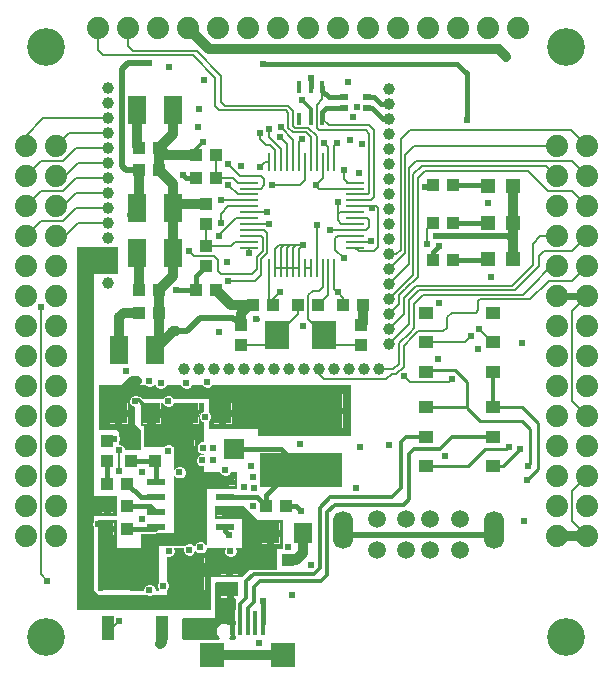
<source format=gtl>
G04 (created by PCBNEW (2013-07-07 BZR 4022)-stable) date 2015/3/10 10:19:11*
%MOIN*%
G04 Gerber Fmt 3.4, Leading zero omitted, Abs format*
%FSLAX34Y34*%
G01*
G70*
G90*
G04 APERTURE LIST*
%ADD10C,0.00590551*%
%ADD11R,0.00984252X0.0649606*%
%ADD12R,0.0649606X0.00984252*%
%ADD13R,0.275591X0.11811*%
%ADD14R,0.059X0.0511*%
%ADD15R,0.0629X0.0708*%
%ADD16R,0.015748X0.0393701*%
%ADD17R,0.016X0.0787402*%
%ADD18R,0.081X0.081*%
%ADD19C,0.126*%
%ADD20R,0.0629921X0.023622*%
%ADD21R,0.0905512X0.129921*%
%ADD22R,0.0255906X0.019685*%
%ADD23R,0.0452X0.0393*%
%ADD24R,0.0433X0.0393*%
%ADD25R,0.0393X0.0433*%
%ADD26R,0.0472X0.0472*%
%ADD27R,0.0787402X0.0944882*%
%ADD28R,0.0944X0.1102*%
%ADD29R,0.0629X0.0944*%
%ADD30R,0.0669291X0.0669291*%
%ADD31C,0.0393701*%
%ADD32C,0.074*%
%ADD33C,0.0590551*%
%ADD34O,0.0669291X0.125984*%
%ADD35R,0.0393701X0.0787402*%
%ADD36C,0.0240157*%
%ADD37C,0.024*%
%ADD38C,0.032*%
%ADD39C,0.032*%
%ADD40C,0.016*%
%ADD41C,0.006*%
%ADD42C,0.01*%
%ADD43C,0.008*%
%ADD44C,0.024*%
%ADD45C,0.03*%
%ADD46C,0.012*%
%ADD47C,0.02*%
%ADD48C,0.001*%
G04 APERTURE END LIST*
G54D10*
G54D11*
X39723Y-39271D03*
X39920Y-39271D03*
X40117Y-39271D03*
X40314Y-39271D03*
X40511Y-39271D03*
X40707Y-39271D03*
X40904Y-39271D03*
X41101Y-39271D03*
X41298Y-39271D03*
X41495Y-39271D03*
X41692Y-39271D03*
X41888Y-39271D03*
G54D12*
X42577Y-38582D03*
X42577Y-38385D03*
X42577Y-38188D03*
X42577Y-37992D03*
X42577Y-37795D03*
X42577Y-37598D03*
X42577Y-37401D03*
X42577Y-37204D03*
X42577Y-37007D03*
X42577Y-36811D03*
X42577Y-36614D03*
X42577Y-36417D03*
G54D11*
X41888Y-35728D03*
X41692Y-35728D03*
X41495Y-35728D03*
X41298Y-35728D03*
X41101Y-35728D03*
X40904Y-35728D03*
X40707Y-35728D03*
X40511Y-35728D03*
X40314Y-35728D03*
X40117Y-35728D03*
X39920Y-35728D03*
X39723Y-35728D03*
G54D12*
X39034Y-36417D03*
X39034Y-36614D03*
X39034Y-36811D03*
X39034Y-37007D03*
X39034Y-37204D03*
X39034Y-37401D03*
X39034Y-37598D03*
X39034Y-37795D03*
X39034Y-37992D03*
X39034Y-38188D03*
X39034Y-38385D03*
X39034Y-38582D03*
G54D13*
X40793Y-45984D03*
X40793Y-44015D03*
G54D14*
X38385Y-49980D03*
X38385Y-49232D03*
G54D15*
X34685Y-44094D03*
X35787Y-44094D03*
X38151Y-44100D03*
X37049Y-44100D03*
X39749Y-48100D03*
X40851Y-48100D03*
G54D16*
X41100Y-34283D03*
X41493Y-34283D03*
X41493Y-33220D03*
X41100Y-33220D03*
X40706Y-33220D03*
X40706Y-34283D03*
G54D17*
X38480Y-51090D03*
X38740Y-51090D03*
X39000Y-51090D03*
X39260Y-51090D03*
X39520Y-51090D03*
G54D18*
X37818Y-52150D03*
X40181Y-52150D03*
G54D19*
X49606Y-51574D03*
X49606Y-31889D03*
G54D20*
X38250Y-47900D03*
X38250Y-47400D03*
X38250Y-46900D03*
X38250Y-46400D03*
X35950Y-46400D03*
X35950Y-46900D03*
X35950Y-47400D03*
X35950Y-47900D03*
G54D21*
X37100Y-47150D03*
G54D22*
X42974Y-33572D03*
X42974Y-33927D03*
X42225Y-33927D03*
X42225Y-33572D03*
G54D23*
X44950Y-45865D03*
X44950Y-44881D03*
X44950Y-43897D03*
X47174Y-45865D03*
X47174Y-44881D03*
X47174Y-43897D03*
G54D24*
X35100Y-45016D03*
X35100Y-45684D03*
X37606Y-39184D03*
X37606Y-38516D03*
X34300Y-45016D03*
X34300Y-45684D03*
X37606Y-37116D03*
X37606Y-37784D03*
X35900Y-45684D03*
X35900Y-45016D03*
G54D25*
X45166Y-36500D03*
X45834Y-36500D03*
X37940Y-36250D03*
X37272Y-36250D03*
X34984Y-47200D03*
X34316Y-47200D03*
X45166Y-37750D03*
X45834Y-37750D03*
X41346Y-40500D03*
X40678Y-40500D03*
X45166Y-39000D03*
X45834Y-39000D03*
G54D26*
X47012Y-36525D03*
X47838Y-36525D03*
X47012Y-37775D03*
X47838Y-37775D03*
X47012Y-38975D03*
X47838Y-38975D03*
G54D27*
X39975Y-41500D03*
X41550Y-41500D03*
G54D28*
X37090Y-49450D03*
X34610Y-49450D03*
G54D29*
X35316Y-38750D03*
X36496Y-38750D03*
X34716Y-42000D03*
X35896Y-42000D03*
X35316Y-37250D03*
X36496Y-37250D03*
X35316Y-34000D03*
X36496Y-34000D03*
G54D25*
X38762Y-41834D03*
X38762Y-41166D03*
X42762Y-41834D03*
X42762Y-41166D03*
G54D24*
X35372Y-36000D03*
X36040Y-36000D03*
X39666Y-49000D03*
X40334Y-49000D03*
X39172Y-40500D03*
X39840Y-40500D03*
X34316Y-46450D03*
X34984Y-46450D03*
X42178Y-40500D03*
X42846Y-40500D03*
X37272Y-40000D03*
X37940Y-40000D03*
X37272Y-35500D03*
X37940Y-35500D03*
X40284Y-47200D03*
X39616Y-47200D03*
X35372Y-40750D03*
X36040Y-40750D03*
X35372Y-40000D03*
X36040Y-40000D03*
X35372Y-35250D03*
X36040Y-35250D03*
X34316Y-47950D03*
X34984Y-47950D03*
G54D30*
X36891Y-45300D03*
X38544Y-45300D03*
G54D31*
X34346Y-33260D03*
X34346Y-33760D03*
X34346Y-34260D03*
X34346Y-34760D03*
X34346Y-35260D03*
X34346Y-35760D03*
X34346Y-36260D03*
X34346Y-36760D03*
X34346Y-37260D03*
X34346Y-37760D03*
X34346Y-38260D03*
X34346Y-38760D03*
X34346Y-39260D03*
X34346Y-39760D03*
X43372Y-42640D03*
X42872Y-42640D03*
X42372Y-42640D03*
X41872Y-42640D03*
X41372Y-42640D03*
X40872Y-42640D03*
X40372Y-42640D03*
X39872Y-42640D03*
X39372Y-42640D03*
X38872Y-42640D03*
X38372Y-42640D03*
X37872Y-42640D03*
X37372Y-42640D03*
X36872Y-42640D03*
G54D23*
X44950Y-42716D03*
X44950Y-41732D03*
X44950Y-40748D03*
X47174Y-42716D03*
X47174Y-41732D03*
X47174Y-40748D03*
G54D19*
X32283Y-31889D03*
X32283Y-51574D03*
G54D32*
X37000Y-31250D03*
X38000Y-31250D03*
X39000Y-31250D03*
X40000Y-31250D03*
X41000Y-31250D03*
X42000Y-31250D03*
X43000Y-31250D03*
X44000Y-31250D03*
X45000Y-31250D03*
X46000Y-31250D03*
X47000Y-31250D03*
X48000Y-31250D03*
G54D33*
X44291Y-48661D03*
X45078Y-48661D03*
X44291Y-47637D03*
X45078Y-47637D03*
X43307Y-47637D03*
X43307Y-48661D03*
X46062Y-47637D03*
X46062Y-48661D03*
G54D34*
X42165Y-47992D03*
X47204Y-47992D03*
G54D32*
X49300Y-41200D03*
X50300Y-41200D03*
X49300Y-42200D03*
X50300Y-42200D03*
X49300Y-43200D03*
X50300Y-43200D03*
X49300Y-44200D03*
X50300Y-44200D03*
X49300Y-45200D03*
X50300Y-45200D03*
X49300Y-46200D03*
X50300Y-46200D03*
X49300Y-47200D03*
X50300Y-47200D03*
X49300Y-48200D03*
X50300Y-48200D03*
G54D35*
X36155Y-51250D03*
X34344Y-51250D03*
G54D32*
X31600Y-35200D03*
X32600Y-35200D03*
X31600Y-36200D03*
X32600Y-36200D03*
X31600Y-37200D03*
X32600Y-37200D03*
X31600Y-38200D03*
X32600Y-38200D03*
X31600Y-39200D03*
X32600Y-39200D03*
X31600Y-40200D03*
X32600Y-40200D03*
X31600Y-41200D03*
X32600Y-41200D03*
X32600Y-48200D03*
X31600Y-48200D03*
X32600Y-47200D03*
X31600Y-47200D03*
X32600Y-46200D03*
X31600Y-46200D03*
X32600Y-45200D03*
X31600Y-45200D03*
X32600Y-44200D03*
X31600Y-44200D03*
X32600Y-43200D03*
X31600Y-43200D03*
X32600Y-42200D03*
X31600Y-42200D03*
X49300Y-35200D03*
X50300Y-35200D03*
X49300Y-36200D03*
X50300Y-36200D03*
X49300Y-37200D03*
X50300Y-37200D03*
X49300Y-38200D03*
X50300Y-38200D03*
X49300Y-39200D03*
X50300Y-39200D03*
X49300Y-40200D03*
X50300Y-40200D03*
X34000Y-31250D03*
X35000Y-31250D03*
X36000Y-31250D03*
G54D31*
X43725Y-33290D03*
X43725Y-33790D03*
X43725Y-34290D03*
X43725Y-34790D03*
X43725Y-35290D03*
X43725Y-35790D03*
X43725Y-36290D03*
X43725Y-36790D03*
X43725Y-37290D03*
X43725Y-37790D03*
X43725Y-38290D03*
X43725Y-38790D03*
X43725Y-39290D03*
X43725Y-39790D03*
X43725Y-40290D03*
X43725Y-40790D03*
X43725Y-41290D03*
X43725Y-41790D03*
G54D36*
X35325Y-43025D03*
G54D37*
X46300Y-34325D03*
X39525Y-32450D03*
X35725Y-50000D03*
X48200Y-47700D03*
X46675Y-41950D03*
X47100Y-39550D03*
G54D36*
X35100Y-45016D03*
X38790Y-35875D03*
X36850Y-36150D03*
X45375Y-38525D03*
X38050Y-41400D03*
X43150Y-37250D03*
X41300Y-37825D03*
X39800Y-36500D03*
G54D37*
X39050Y-38750D03*
G54D36*
X40475Y-50175D03*
X36375Y-32575D03*
X34950Y-42700D03*
G54D37*
X41100Y-32925D03*
G54D36*
X36350Y-45350D03*
X36350Y-43700D03*
X40732Y-45130D03*
X39666Y-49000D03*
X47000Y-37100D03*
X36600Y-40000D03*
X39275Y-40975D03*
X35725Y-43025D03*
X36100Y-43100D03*
X37475Y-45675D03*
X37500Y-45250D03*
X37850Y-45275D03*
X37850Y-45650D03*
X37650Y-43050D03*
X42600Y-46600D03*
X36725Y-46075D03*
X37575Y-44225D03*
X36375Y-48700D03*
X36175Y-49850D03*
X37050Y-48650D03*
X37425Y-48575D03*
X35467Y-46056D03*
X34700Y-45325D03*
X34700Y-46025D03*
X38250Y-46000D03*
X38425Y-48700D03*
X35467Y-47629D03*
X44975Y-38450D03*
X36950Y-43100D03*
X40350Y-48575D03*
X39125Y-45875D03*
X48325Y-46325D03*
X39200Y-46600D03*
X48350Y-45875D03*
X39175Y-46225D03*
X41100Y-49150D03*
X38875Y-46575D03*
X39175Y-47200D03*
G54D38*
X35350Y-35275D03*
G54D36*
X44225Y-42875D03*
X45825Y-42950D03*
X45350Y-42300D03*
X44925Y-36550D03*
G54D37*
X32325Y-49700D03*
X32100Y-40550D03*
G54D36*
X47700Y-45225D03*
X48075Y-45300D03*
X41975Y-35100D03*
X46450Y-41525D03*
X41550Y-35100D03*
X46700Y-41300D03*
X42425Y-35000D03*
X42750Y-45225D03*
G54D38*
X34875Y-40750D03*
G54D36*
X43725Y-45150D03*
X37550Y-33000D03*
G54D38*
X35316Y-38750D03*
G54D36*
X35700Y-32425D03*
G54D38*
X35156Y-37500D03*
G54D36*
X48150Y-41760D03*
X35850Y-45000D03*
X47625Y-32225D03*
X45580Y-45540D03*
X45280Y-38200D03*
X45375Y-40425D03*
X34550Y-44950D03*
X36625Y-41375D03*
X40850Y-41200D03*
X42762Y-41166D03*
X39400Y-35900D03*
X42700Y-36100D03*
X42800Y-35125D03*
X41275Y-36500D03*
X40846Y-38500D03*
X39650Y-37400D03*
X36750Y-45250D03*
X35250Y-43700D03*
X36496Y-38000D03*
X37500Y-35075D03*
X36496Y-34794D03*
X42350Y-33050D03*
X40800Y-33675D03*
X47838Y-38375D03*
X34025Y-47800D03*
X36075Y-51800D03*
X39375Y-51775D03*
X39525Y-50375D03*
X40334Y-49000D03*
X43100Y-38375D03*
X37250Y-47500D03*
X37250Y-47125D03*
X36900Y-47500D03*
X36900Y-47125D03*
X36900Y-46750D03*
X37275Y-46750D03*
G54D37*
X38050Y-38200D03*
G54D36*
X37050Y-38700D03*
X38300Y-39050D03*
X39700Y-37800D03*
G54D37*
X38350Y-39700D03*
X38350Y-35800D03*
X38100Y-37000D03*
X38100Y-37750D03*
X38350Y-36500D03*
X41750Y-38000D03*
X42000Y-37050D03*
G54D36*
X40075Y-40050D03*
X42000Y-40075D03*
G54D37*
X40075Y-34900D03*
X42225Y-36000D03*
G54D36*
X40775Y-47375D03*
X38375Y-48150D03*
G54D37*
X34700Y-51025D03*
X42200Y-38925D03*
G54D36*
X42525Y-34225D03*
G54D37*
X40100Y-34550D03*
X40800Y-34975D03*
G54D36*
X37350Y-34575D03*
G54D37*
X39425Y-34775D03*
X39725Y-34625D03*
G54D36*
X37375Y-33975D03*
X42637Y-33912D03*
G54D39*
X34685Y-44094D02*
X34685Y-43514D01*
X34685Y-43514D02*
X35175Y-43025D01*
X35175Y-43025D02*
X35325Y-43025D01*
G54D40*
X46225Y-32700D02*
X46300Y-32775D01*
X46300Y-32775D02*
X46300Y-34325D01*
X39525Y-32450D02*
X45975Y-32450D01*
X45975Y-32450D02*
X46225Y-32700D01*
X38790Y-35875D02*
X38775Y-35875D01*
X37272Y-36250D02*
X36950Y-36250D01*
X36950Y-36250D02*
X36850Y-36150D01*
X45166Y-39000D02*
X45166Y-38734D01*
X45166Y-38734D02*
X45375Y-38525D01*
G54D41*
X43275Y-37200D02*
X43279Y-37204D01*
X42577Y-37204D02*
X43104Y-37204D01*
X43104Y-37204D02*
X43150Y-37250D01*
X41298Y-39271D02*
X41298Y-37826D01*
X41298Y-37826D02*
X41300Y-37825D01*
X42577Y-38582D02*
X42695Y-38700D01*
X42695Y-38700D02*
X43200Y-38700D01*
X43200Y-38700D02*
X43350Y-38550D01*
X43350Y-38550D02*
X43350Y-37275D01*
X43350Y-37275D02*
X43279Y-37204D01*
X43279Y-37204D02*
X42577Y-37204D01*
X40904Y-35728D02*
X40904Y-36345D01*
X40904Y-36345D02*
X40750Y-36500D01*
X40750Y-36500D02*
X39800Y-36500D01*
X39034Y-38582D02*
X39034Y-38734D01*
X39034Y-38734D02*
X39050Y-38750D01*
G54D42*
X38151Y-44100D02*
X38151Y-43699D01*
X38151Y-43699D02*
X38450Y-43400D01*
G54D40*
X35100Y-45016D02*
X34685Y-44601D01*
X34685Y-44601D02*
X34685Y-44094D01*
X34685Y-44094D02*
X34685Y-43514D01*
X40177Y-43400D02*
X40793Y-44015D01*
X34800Y-43400D02*
X38450Y-43400D01*
X38450Y-43400D02*
X40177Y-43400D01*
X34685Y-43514D02*
X34800Y-43400D01*
G54D41*
X39666Y-49000D02*
X39050Y-49000D01*
X39050Y-49000D02*
X39050Y-49050D01*
G54D40*
X41100Y-33220D02*
X41100Y-32925D01*
X37272Y-40000D02*
X36600Y-40000D01*
X37272Y-40000D02*
X37272Y-39518D01*
X37272Y-39518D02*
X37606Y-39184D01*
G54D43*
X50300Y-44200D02*
X49800Y-43700D01*
X49800Y-43700D02*
X49800Y-40700D01*
X49800Y-40700D02*
X50300Y-40200D01*
G54D44*
X49300Y-40200D02*
X50300Y-40200D01*
G54D39*
X34316Y-47200D02*
X33900Y-47200D01*
X33900Y-47200D02*
X33550Y-46850D01*
X34346Y-38760D02*
X34346Y-39260D01*
X37090Y-49450D02*
X37090Y-50210D01*
X33790Y-39260D02*
X34346Y-39260D01*
X33550Y-46850D02*
X33550Y-39500D01*
X33550Y-39500D02*
X33790Y-39260D01*
X33550Y-50000D02*
X33550Y-46850D01*
X33950Y-50400D02*
X33550Y-50000D01*
X36900Y-50400D02*
X33950Y-50400D01*
X37090Y-50210D02*
X36900Y-50400D01*
G54D45*
X38385Y-49232D02*
X37307Y-49232D01*
X37307Y-49232D02*
X37090Y-49450D01*
X38385Y-49232D02*
X38867Y-49232D01*
X39050Y-49050D02*
X39050Y-48800D01*
X38867Y-49232D02*
X39050Y-49050D01*
X39749Y-48100D02*
X39300Y-48100D01*
X39300Y-48100D02*
X39050Y-47850D01*
X38250Y-47400D02*
X38850Y-47400D01*
X39250Y-49000D02*
X39666Y-49000D01*
X39050Y-48800D02*
X39250Y-49000D01*
X39050Y-47600D02*
X39050Y-47850D01*
X39050Y-47850D02*
X39050Y-48800D01*
X38850Y-47400D02*
X39050Y-47600D01*
G54D40*
X39275Y-40975D02*
X39300Y-40975D01*
G54D41*
X35473Y-46050D02*
X35467Y-46056D01*
X35475Y-46050D02*
X35473Y-46050D01*
X34700Y-45325D02*
X34700Y-46025D01*
X38425Y-48700D02*
X38425Y-48725D01*
X35475Y-47625D02*
X35471Y-47629D01*
X35471Y-47629D02*
X35467Y-47629D01*
X44975Y-38450D02*
X44975Y-37941D01*
X44975Y-37941D02*
X45166Y-37750D01*
G54D42*
X48325Y-46325D02*
X48675Y-45975D01*
X48675Y-45975D02*
X48675Y-44425D01*
X48675Y-44425D02*
X48147Y-43897D01*
X48147Y-43897D02*
X47174Y-43897D01*
G54D46*
X47174Y-42716D02*
X47174Y-43897D01*
G54D42*
X44950Y-42716D02*
X45017Y-42650D01*
X45017Y-42650D02*
X45925Y-42650D01*
X45925Y-42650D02*
X46325Y-43050D01*
X46325Y-43050D02*
X46325Y-43925D01*
X48350Y-45875D02*
X48425Y-45800D01*
X48425Y-45800D02*
X48425Y-44625D01*
X48425Y-44625D02*
X48150Y-44350D01*
X48150Y-44350D02*
X46750Y-44350D01*
X46750Y-44350D02*
X46325Y-43925D01*
X46325Y-43925D02*
X46297Y-43897D01*
X46297Y-43897D02*
X44950Y-43897D01*
G54D39*
X35372Y-35252D02*
X35372Y-35250D01*
X35350Y-35275D02*
X35372Y-35252D01*
X35316Y-34000D02*
X35316Y-35194D01*
X35316Y-35194D02*
X35372Y-35250D01*
G54D41*
X32600Y-36200D02*
X32900Y-36200D01*
X33340Y-35760D02*
X34346Y-35760D01*
X32900Y-36200D02*
X33340Y-35760D01*
X34346Y-34760D02*
X33040Y-34760D01*
X33040Y-34760D02*
X32600Y-35200D01*
X31600Y-35200D02*
X31600Y-34850D01*
X32190Y-34260D02*
X34346Y-34260D01*
X31600Y-34850D02*
X32190Y-34260D01*
X49300Y-35200D02*
X44550Y-35200D01*
X44240Y-38772D02*
X43722Y-39290D01*
X44240Y-35509D02*
X44240Y-38772D01*
X44550Y-35200D02*
X44240Y-35509D01*
X43722Y-39790D02*
X44380Y-39132D01*
X49800Y-35700D02*
X50300Y-36200D01*
X44600Y-35700D02*
X49800Y-35700D01*
X44380Y-35919D02*
X44600Y-35700D01*
X44380Y-39132D02*
X44380Y-35919D01*
X48100Y-39550D02*
X47800Y-39850D01*
X47800Y-39850D02*
X44625Y-39850D01*
X43722Y-41290D02*
X44200Y-40812D01*
X44200Y-40812D02*
X44200Y-40275D01*
X44200Y-40275D02*
X44625Y-39850D01*
X48500Y-38450D02*
X48750Y-38200D01*
X48500Y-39150D02*
X48500Y-38450D01*
X48100Y-39550D02*
X48500Y-39150D01*
X48750Y-38200D02*
X49300Y-38200D01*
X44225Y-42875D02*
X44425Y-43075D01*
X44425Y-43075D02*
X44450Y-43075D01*
X44450Y-43075D02*
X45700Y-43075D01*
X45700Y-43075D02*
X45825Y-42950D01*
X44520Y-39204D02*
X44520Y-39492D01*
X44520Y-39492D02*
X43722Y-40290D01*
X48950Y-35850D02*
X49300Y-36200D01*
X44800Y-35850D02*
X48950Y-35850D01*
X44520Y-36129D02*
X44800Y-35850D01*
X44520Y-39204D02*
X44520Y-36129D01*
X44100Y-35200D02*
X44100Y-34975D01*
X44400Y-34675D02*
X44475Y-34675D01*
X44100Y-34975D02*
X44400Y-34675D01*
X44100Y-35375D02*
X44100Y-35200D01*
X49775Y-34675D02*
X50300Y-35200D01*
X44475Y-34675D02*
X49775Y-34675D01*
X43722Y-38790D02*
X43960Y-38790D01*
X44100Y-38650D02*
X44100Y-35375D01*
X43960Y-38790D02*
X44100Y-38650D01*
X45650Y-41050D02*
X45650Y-40900D01*
X45650Y-40900D02*
X45800Y-40750D01*
X45075Y-41375D02*
X45525Y-41375D01*
X45525Y-41375D02*
X45650Y-41250D01*
X45650Y-41250D02*
X45650Y-41050D01*
X45800Y-40750D02*
X46600Y-40750D01*
X46600Y-40750D02*
X46675Y-40675D01*
X46675Y-40675D02*
X46675Y-40375D01*
X46675Y-40375D02*
X46750Y-40300D01*
X46750Y-40300D02*
X48425Y-40300D01*
X48425Y-40300D02*
X49000Y-39725D01*
X44525Y-41525D02*
X44200Y-41850D01*
X44200Y-41850D02*
X44200Y-42550D01*
X43825Y-42800D02*
X43950Y-42800D01*
X43950Y-42800D02*
X44200Y-42550D01*
X43225Y-42975D02*
X43625Y-42975D01*
X43800Y-42800D02*
X43825Y-42800D01*
X43625Y-42975D02*
X43800Y-42800D01*
X49025Y-39700D02*
X49800Y-39700D01*
X49000Y-39725D02*
X49025Y-39700D01*
X44675Y-41375D02*
X45075Y-41375D01*
X44525Y-41525D02*
X44675Y-41375D01*
X41372Y-42640D02*
X41372Y-42797D01*
X49800Y-39700D02*
X50300Y-39200D01*
X41550Y-42975D02*
X43225Y-42975D01*
X41372Y-42797D02*
X41550Y-42975D01*
X48437Y-39887D02*
X48175Y-40150D01*
X48175Y-40150D02*
X44850Y-40150D01*
X44850Y-40150D02*
X44550Y-40450D01*
X44400Y-41425D02*
X44050Y-41775D01*
X44050Y-41775D02*
X44050Y-42450D01*
X43372Y-42640D02*
X43860Y-42640D01*
X43860Y-42640D02*
X44050Y-42450D01*
X49125Y-39200D02*
X49300Y-39200D01*
X48437Y-39887D02*
X49125Y-39200D01*
X44550Y-41275D02*
X44550Y-40450D01*
X44400Y-41425D02*
X44550Y-41275D01*
X44575Y-40125D02*
X44700Y-40000D01*
X44700Y-40000D02*
X47925Y-40000D01*
X47925Y-40000D02*
X48725Y-39200D01*
X44193Y-41318D02*
X44375Y-41137D01*
X44375Y-41137D02*
X44375Y-40325D01*
X44375Y-40325D02*
X44575Y-40125D01*
X48725Y-38850D02*
X48875Y-38700D01*
X48725Y-39200D02*
X48725Y-38850D01*
X43722Y-41790D02*
X44193Y-41318D01*
X49800Y-38700D02*
X50300Y-38200D01*
X48875Y-38700D02*
X49800Y-38700D01*
X48050Y-36025D02*
X48350Y-36025D01*
X48350Y-36025D02*
X49025Y-36700D01*
X44675Y-39250D02*
X44675Y-39550D01*
X44675Y-39550D02*
X44250Y-39975D01*
X43722Y-40790D02*
X44050Y-40462D01*
X44675Y-39250D02*
X44675Y-39225D01*
X44050Y-40175D02*
X44250Y-39975D01*
X44050Y-40462D02*
X44050Y-40175D01*
X49800Y-36700D02*
X50300Y-37200D01*
X49025Y-36700D02*
X49800Y-36700D01*
X44900Y-36025D02*
X48050Y-36025D01*
X44675Y-36250D02*
X44900Y-36025D01*
X44675Y-39225D02*
X44675Y-36250D01*
X34346Y-37760D02*
X33340Y-37760D01*
X32900Y-38200D02*
X32600Y-38200D01*
X33340Y-37760D02*
X32900Y-38200D01*
X34346Y-35260D02*
X33290Y-35260D01*
X32100Y-35700D02*
X31600Y-36200D01*
X32850Y-35700D02*
X32100Y-35700D01*
X33290Y-35260D02*
X32850Y-35700D01*
X31600Y-37200D02*
X32100Y-36700D01*
X33290Y-36260D02*
X34346Y-36260D01*
X32850Y-36700D02*
X33290Y-36260D01*
X32100Y-36700D02*
X32850Y-36700D01*
X32600Y-37200D02*
X32850Y-37200D01*
X33290Y-36760D02*
X34346Y-36760D01*
X32850Y-37200D02*
X33290Y-36760D01*
X31600Y-38200D02*
X32100Y-37700D01*
X33290Y-37260D02*
X34346Y-37260D01*
X32850Y-37700D02*
X33290Y-37260D01*
X32100Y-37700D02*
X32850Y-37700D01*
X44975Y-36500D02*
X45166Y-36500D01*
X44925Y-36550D02*
X44975Y-36500D01*
G54D43*
X32100Y-49475D02*
X32325Y-49700D01*
X32100Y-40550D02*
X32100Y-49475D01*
G54D46*
X43550Y-47150D02*
X44200Y-47150D01*
X44200Y-47150D02*
X44375Y-46975D01*
X44375Y-46975D02*
X44375Y-45475D01*
X44375Y-45475D02*
X44550Y-45300D01*
X42850Y-47150D02*
X43550Y-47150D01*
X42300Y-47150D02*
X42850Y-47150D01*
X41650Y-47600D02*
X41650Y-47400D01*
X41650Y-47400D02*
X41900Y-47150D01*
X40650Y-49700D02*
X41450Y-49700D01*
X41900Y-47150D02*
X42300Y-47150D01*
X42300Y-47150D02*
X42350Y-47150D01*
X41650Y-49500D02*
X41650Y-47600D01*
X41450Y-49700D02*
X41650Y-49500D01*
X39000Y-51090D02*
X39000Y-50600D01*
X39200Y-49900D02*
X39400Y-49700D01*
X39200Y-50400D02*
X39200Y-49900D01*
X39000Y-50600D02*
X39200Y-50400D01*
X45818Y-44881D02*
X47174Y-44881D01*
X45400Y-45300D02*
X45818Y-44881D01*
X44550Y-45300D02*
X45400Y-45300D01*
X39400Y-49700D02*
X40650Y-49700D01*
X42425Y-46900D02*
X43825Y-46900D01*
X43825Y-46900D02*
X44125Y-46600D01*
X44125Y-46600D02*
X44125Y-45050D01*
X44125Y-45050D02*
X44293Y-44881D01*
X40800Y-49450D02*
X41200Y-49450D01*
X41750Y-46900D02*
X42425Y-46900D01*
X41400Y-47250D02*
X41750Y-46900D01*
X41400Y-49250D02*
X41400Y-47250D01*
X41200Y-49450D02*
X41400Y-49250D01*
X38740Y-51090D02*
X38740Y-50460D01*
X44293Y-44881D02*
X44950Y-44881D01*
X39200Y-49450D02*
X40800Y-49450D01*
X38950Y-49700D02*
X39200Y-49450D01*
X38950Y-50250D02*
X38950Y-49700D01*
X38740Y-50460D02*
X38950Y-50250D01*
G54D42*
X47025Y-45300D02*
X47625Y-45300D01*
X47625Y-45300D02*
X47700Y-45225D01*
X44950Y-45865D02*
X46359Y-45865D01*
X46925Y-45300D02*
X47025Y-45300D01*
X46359Y-45865D02*
X46925Y-45300D01*
X47174Y-45865D02*
X47509Y-45865D01*
X47509Y-45865D02*
X48075Y-45300D01*
G54D40*
X43722Y-33790D02*
X43440Y-33790D01*
X43222Y-33572D02*
X42974Y-33572D01*
X43440Y-33790D02*
X43222Y-33572D01*
X43722Y-34290D02*
X43515Y-34290D01*
X43152Y-33927D02*
X42974Y-33927D01*
X43515Y-34290D02*
X43152Y-33927D01*
G54D41*
X41888Y-35186D02*
X41975Y-35100D01*
X41888Y-35728D02*
X41888Y-35186D01*
X46242Y-41732D02*
X44950Y-41732D01*
X46450Y-41525D02*
X46242Y-41732D01*
X38800Y-33859D02*
X38259Y-33859D01*
X38259Y-33859D02*
X38125Y-33725D01*
X38125Y-33725D02*
X38125Y-32850D01*
X38125Y-32850D02*
X37300Y-32025D01*
X40500Y-34175D02*
X40500Y-34025D01*
X40500Y-34025D02*
X40334Y-33859D01*
X40334Y-33859D02*
X38800Y-33859D01*
X40775Y-34600D02*
X40575Y-34600D01*
X40500Y-34525D02*
X40500Y-34175D01*
X40575Y-34600D02*
X40500Y-34525D01*
X41025Y-34600D02*
X41298Y-34873D01*
X40775Y-34600D02*
X41025Y-34600D01*
X35000Y-31250D02*
X35000Y-31850D01*
X35175Y-32025D02*
X35325Y-32025D01*
X35000Y-31850D02*
X35175Y-32025D01*
X37300Y-32025D02*
X35325Y-32025D01*
X41298Y-34873D02*
X41298Y-34973D01*
X41298Y-35728D02*
X41298Y-34973D01*
X41692Y-35242D02*
X41550Y-35100D01*
X41692Y-35728D02*
X41692Y-35242D01*
X47132Y-41732D02*
X47174Y-41732D01*
X46700Y-41300D02*
X47132Y-41732D01*
X36300Y-32175D02*
X37175Y-32175D01*
X37175Y-32175D02*
X37925Y-32925D01*
X37925Y-32925D02*
X37925Y-33875D01*
X37925Y-33875D02*
X38050Y-34000D01*
X38050Y-34000D02*
X38525Y-34000D01*
X38525Y-34000D02*
X40275Y-34000D01*
X40275Y-34000D02*
X40359Y-34084D01*
X40359Y-34420D02*
X40359Y-34599D01*
X40500Y-34740D02*
X40940Y-34740D01*
X40359Y-34599D02*
X40500Y-34740D01*
X40359Y-34420D02*
X40359Y-34084D01*
X41101Y-35075D02*
X41101Y-34901D01*
X41101Y-34901D02*
X40940Y-34740D01*
X34000Y-32000D02*
X34175Y-32175D01*
X34175Y-32175D02*
X36300Y-32175D01*
X34000Y-31250D02*
X34000Y-32000D01*
X41101Y-35075D02*
X41101Y-35728D01*
G54D39*
X34716Y-41025D02*
X34716Y-40908D01*
X34716Y-40908D02*
X34875Y-40750D01*
X34716Y-42000D02*
X34716Y-41025D01*
X34875Y-40750D02*
X35372Y-40750D01*
X34716Y-40908D02*
X34875Y-40750D01*
X35372Y-38806D02*
X35316Y-38750D01*
X35372Y-40000D02*
X35372Y-38806D01*
G54D47*
X35372Y-36000D02*
X34950Y-36000D01*
X34950Y-36000D02*
X34800Y-35850D01*
X34800Y-35850D02*
X34800Y-32625D01*
X34800Y-32625D02*
X35000Y-32425D01*
X35000Y-32425D02*
X35700Y-32425D01*
G54D39*
X35316Y-37250D02*
X35316Y-37340D01*
X35316Y-37340D02*
X35156Y-37500D01*
X35372Y-36000D02*
X35372Y-37194D01*
X35372Y-37194D02*
X35316Y-37250D01*
G54D42*
X48150Y-41760D02*
X48150Y-41750D01*
G54D40*
X35850Y-45000D02*
X35866Y-45016D01*
X35866Y-45016D02*
X35900Y-45016D01*
G54D39*
X37000Y-31250D02*
X37725Y-31975D01*
X37725Y-31975D02*
X47375Y-31975D01*
X47375Y-31975D02*
X47625Y-32225D01*
G54D47*
X36625Y-41375D02*
X36975Y-41375D01*
X36975Y-41375D02*
X37425Y-40925D01*
X37425Y-40925D02*
X38521Y-40925D01*
X38521Y-40925D02*
X38762Y-41166D01*
X45280Y-38200D02*
X47663Y-38200D01*
X47663Y-38200D02*
X47838Y-38375D01*
G54D46*
X45280Y-38200D02*
X47663Y-38200D01*
X47663Y-38200D02*
X47838Y-38375D01*
G54D40*
X34300Y-45016D02*
X34366Y-44950D01*
X34366Y-44950D02*
X34550Y-44950D01*
G54D39*
X36625Y-41375D02*
X36521Y-41375D01*
X36521Y-41375D02*
X35896Y-42000D01*
G54D41*
X39723Y-35728D02*
X39571Y-35728D01*
X39571Y-35728D02*
X39400Y-35900D01*
X42577Y-36614D02*
X41389Y-36614D01*
X41389Y-36614D02*
X41275Y-36500D01*
X41495Y-35728D02*
X41495Y-36279D01*
X41495Y-36279D02*
X41275Y-36500D01*
X40117Y-39271D02*
X40117Y-38607D01*
X40117Y-38607D02*
X40225Y-38500D01*
X40846Y-38500D02*
X40225Y-38500D01*
X40225Y-38500D02*
X40050Y-38500D01*
X40050Y-38500D02*
X39920Y-38629D01*
X39920Y-38629D02*
X39920Y-39271D01*
X40314Y-39271D02*
X40314Y-38585D01*
X40314Y-38585D02*
X40400Y-38500D01*
X40400Y-38500D02*
X40846Y-38500D01*
X40511Y-39271D02*
X40511Y-38613D01*
X40511Y-38613D02*
X40625Y-38500D01*
X40625Y-38500D02*
X40846Y-38500D01*
X40707Y-39271D02*
X40707Y-38639D01*
X40707Y-38639D02*
X40846Y-38500D01*
X40846Y-38500D02*
X40850Y-38500D01*
X39034Y-37401D02*
X39648Y-37401D01*
X39648Y-37401D02*
X39650Y-37400D01*
G54D46*
X36750Y-45250D02*
X36741Y-45250D01*
X35250Y-43700D02*
X35275Y-43675D01*
X35275Y-43675D02*
X35367Y-43675D01*
X35367Y-43675D02*
X35787Y-44094D01*
X37500Y-35075D02*
X37272Y-35302D01*
X37272Y-35302D02*
X37272Y-35500D01*
X41100Y-34283D02*
X41100Y-33975D01*
X41100Y-33975D02*
X40800Y-33675D01*
X34025Y-47800D02*
X34166Y-47800D01*
X34166Y-47800D02*
X34316Y-47950D01*
G54D39*
X36155Y-51250D02*
X36155Y-51719D01*
X36155Y-51719D02*
X36075Y-51800D01*
G54D40*
X39520Y-51090D02*
X39520Y-50380D01*
X39520Y-50380D02*
X39525Y-50375D01*
G54D41*
X42577Y-38385D02*
X43089Y-38385D01*
X43089Y-38385D02*
X43100Y-38375D01*
G54D43*
X50300Y-46200D02*
X49800Y-46700D01*
X49800Y-46700D02*
X49800Y-47700D01*
X49800Y-47700D02*
X50300Y-48200D01*
G54D39*
X49300Y-48200D02*
X50300Y-48200D01*
G54D42*
X37250Y-47500D02*
X37100Y-47350D01*
X37100Y-47350D02*
X37100Y-47150D01*
X37250Y-47125D02*
X37225Y-47150D01*
X37225Y-47150D02*
X37100Y-47150D01*
X36900Y-47500D02*
X37100Y-47300D01*
X37100Y-47300D02*
X37100Y-47150D01*
X36900Y-47125D02*
X36925Y-47150D01*
X36925Y-47150D02*
X37100Y-47150D01*
X36900Y-46750D02*
X37100Y-46950D01*
X37100Y-46950D02*
X37100Y-47150D01*
X37100Y-46925D02*
X37100Y-47150D01*
X37275Y-46750D02*
X37100Y-46925D01*
G54D41*
X40511Y-39271D02*
X40707Y-39271D01*
X40314Y-39271D02*
X40511Y-39271D01*
X40117Y-39271D02*
X40314Y-39271D01*
X39920Y-39271D02*
X40117Y-39271D01*
G54D39*
X40851Y-48100D02*
X40851Y-48774D01*
X40625Y-49000D02*
X40334Y-49000D01*
X40851Y-48774D02*
X40625Y-49000D01*
X47838Y-37775D02*
X47838Y-38375D01*
X47838Y-38375D02*
X47838Y-38975D01*
X47838Y-36525D02*
X47838Y-37775D01*
X42846Y-40500D02*
X42846Y-41082D01*
X42846Y-41082D02*
X42762Y-41166D01*
X38762Y-41166D02*
X38762Y-40787D01*
X39050Y-40500D02*
X39172Y-40500D01*
X38762Y-40787D02*
X39050Y-40500D01*
X37940Y-40000D02*
X38440Y-40500D01*
X38440Y-40500D02*
X39172Y-40500D01*
X36040Y-40000D02*
X36496Y-39544D01*
X36496Y-39544D02*
X36496Y-38750D01*
X36040Y-40750D02*
X36040Y-41856D01*
X36040Y-41856D02*
X35896Y-42000D01*
X36040Y-40000D02*
X36040Y-40750D01*
X37606Y-37116D02*
X36630Y-37116D01*
X36630Y-37116D02*
X36496Y-37250D01*
X36496Y-37250D02*
X36496Y-38000D01*
X36496Y-38000D02*
X36496Y-38750D01*
X36496Y-37250D02*
X36496Y-36456D01*
X36496Y-36456D02*
X36040Y-36000D01*
X37272Y-35500D02*
X36290Y-35500D01*
X36290Y-35500D02*
X36040Y-35250D01*
X36496Y-34000D02*
X36496Y-34794D01*
X36496Y-34794D02*
X36040Y-35250D01*
X36040Y-35250D02*
X36040Y-36000D01*
X37100Y-47150D02*
X37100Y-48100D01*
X35500Y-49450D02*
X34610Y-49450D01*
X35700Y-49250D02*
X35500Y-49450D01*
X35700Y-48450D02*
X35700Y-49250D01*
X35850Y-48300D02*
X35700Y-48450D01*
X36900Y-48300D02*
X35850Y-48300D01*
X37100Y-48100D02*
X36900Y-48300D01*
X34316Y-47950D02*
X34316Y-49156D01*
X34316Y-49156D02*
X34610Y-49450D01*
G54D45*
X35787Y-44094D02*
X35787Y-44903D01*
X35787Y-44903D02*
X35900Y-45016D01*
X37049Y-44100D02*
X35792Y-44100D01*
X35792Y-44100D02*
X35787Y-44094D01*
X36741Y-45250D02*
X36891Y-44257D01*
X36891Y-44257D02*
X37049Y-44100D01*
X37100Y-47150D02*
X37100Y-45508D01*
X37100Y-45508D02*
X36741Y-45250D01*
X38250Y-46400D02*
X37250Y-46400D01*
X37100Y-46550D02*
X37100Y-47150D01*
X37250Y-46400D02*
X37100Y-46550D01*
G54D41*
X40678Y-40500D02*
X40678Y-40796D01*
X40678Y-40796D02*
X39975Y-41500D01*
X38762Y-41834D02*
X39641Y-41834D01*
X39641Y-41834D02*
X39975Y-41500D01*
X41025Y-40300D02*
X41025Y-40175D01*
X41495Y-39904D02*
X41495Y-39271D01*
X41375Y-40025D02*
X41495Y-39904D01*
X41175Y-40025D02*
X41375Y-40025D01*
X41025Y-40175D02*
X41175Y-40025D01*
X41025Y-40974D02*
X41550Y-41500D01*
X41025Y-40300D02*
X41025Y-40974D01*
X42762Y-41834D02*
X41884Y-41834D01*
X41884Y-41834D02*
X41550Y-41500D01*
X38050Y-38150D02*
X38050Y-38200D01*
X38601Y-37598D02*
X38050Y-38150D01*
X39034Y-37598D02*
X38601Y-37598D01*
X38225Y-39450D02*
X38100Y-39450D01*
X38100Y-39450D02*
X38000Y-39350D01*
X38000Y-39350D02*
X38000Y-39000D01*
X38000Y-39000D02*
X37875Y-38875D01*
X37875Y-38875D02*
X37225Y-38875D01*
X37225Y-38875D02*
X37050Y-38700D01*
X39400Y-38800D02*
X39300Y-38900D01*
X39150Y-39450D02*
X38225Y-39450D01*
X38225Y-39450D02*
X38100Y-39450D01*
X39300Y-39300D02*
X39150Y-39450D01*
X39300Y-38900D02*
X39300Y-39300D01*
X39034Y-38188D02*
X39438Y-38188D01*
X39500Y-38700D02*
X39400Y-38800D01*
X39500Y-38250D02*
X39500Y-38700D01*
X39438Y-38188D02*
X39500Y-38250D01*
X39034Y-37795D02*
X39695Y-37795D01*
X39695Y-37795D02*
X39700Y-37800D01*
X38350Y-39700D02*
X39250Y-39700D01*
X39447Y-39502D02*
X39447Y-38950D01*
X39250Y-39700D02*
X39447Y-39502D01*
X39034Y-37992D02*
X39542Y-37992D01*
X39640Y-38757D02*
X39447Y-38950D01*
X39640Y-38090D02*
X39640Y-38757D01*
X39542Y-37992D02*
X39640Y-38090D01*
X39034Y-36614D02*
X39435Y-36614D01*
X38750Y-36200D02*
X38350Y-35800D01*
X39450Y-36200D02*
X38750Y-36200D01*
X39550Y-36300D02*
X39450Y-36200D01*
X39550Y-36500D02*
X39550Y-36300D01*
X39435Y-36614D02*
X39550Y-36500D01*
X39034Y-37007D02*
X38107Y-37007D01*
X38107Y-37007D02*
X38100Y-37000D01*
X41692Y-39750D02*
X41692Y-40154D01*
X41692Y-40154D02*
X41346Y-40500D01*
X41692Y-39750D02*
X41692Y-39271D01*
X39034Y-37204D02*
X38345Y-37204D01*
X38100Y-37450D02*
X38100Y-37750D01*
X38345Y-37204D02*
X38100Y-37450D01*
X39034Y-36811D02*
X38661Y-36811D01*
X38661Y-36811D02*
X38350Y-36500D01*
X42577Y-37992D02*
X41757Y-37992D01*
X41757Y-37992D02*
X41750Y-38000D01*
X42973Y-37598D02*
X42577Y-37598D01*
X43050Y-37675D02*
X42973Y-37598D01*
X43050Y-37900D02*
X43050Y-37675D01*
X42957Y-37992D02*
X43050Y-37900D01*
X42577Y-37992D02*
X42957Y-37992D01*
G54D47*
X47204Y-47992D02*
X47046Y-48150D01*
X42323Y-48150D02*
X42165Y-47992D01*
X47046Y-48150D02*
X42323Y-48150D01*
G54D41*
X42000Y-37475D02*
X42000Y-37050D01*
X42577Y-37795D02*
X42120Y-37795D01*
X42073Y-37401D02*
X42577Y-37401D01*
X42000Y-37475D02*
X42073Y-37401D01*
X42000Y-37675D02*
X42000Y-37475D01*
X42120Y-37795D02*
X42000Y-37675D01*
X41888Y-39271D02*
X41888Y-39963D01*
X41888Y-39963D02*
X42000Y-40075D01*
X42178Y-40500D02*
X42178Y-40253D01*
X42178Y-40253D02*
X42000Y-40075D01*
X40075Y-40050D02*
X39840Y-40284D01*
X39840Y-40284D02*
X39840Y-40500D01*
X41888Y-39271D02*
X41888Y-39963D01*
X41888Y-39963D02*
X42000Y-40075D01*
X40314Y-35728D02*
X40314Y-35139D01*
X40314Y-35139D02*
X40075Y-34900D01*
X42225Y-36000D02*
X42225Y-36300D01*
X42342Y-36417D02*
X42577Y-36417D01*
X42225Y-36300D02*
X42342Y-36417D01*
X39723Y-39271D02*
X39723Y-40383D01*
X39723Y-40383D02*
X39840Y-40500D01*
G54D40*
X45834Y-37750D02*
X46987Y-37750D01*
X46987Y-37750D02*
X47012Y-37775D01*
X45834Y-39000D02*
X46987Y-39000D01*
X46987Y-39000D02*
X47012Y-38975D01*
G54D39*
X37818Y-52150D02*
X40181Y-52150D01*
G54D40*
X45834Y-36500D02*
X46987Y-36500D01*
X46987Y-36500D02*
X47012Y-36525D01*
X35950Y-47400D02*
X35750Y-47200D01*
X35750Y-47200D02*
X34984Y-47200D01*
X40775Y-47375D02*
X40600Y-47200D01*
X38250Y-47900D02*
X38250Y-48025D01*
X38250Y-48025D02*
X38375Y-48150D01*
X40600Y-47200D02*
X40284Y-47200D01*
X38544Y-45300D02*
X40109Y-45300D01*
X40109Y-45300D02*
X40793Y-45984D01*
X39616Y-47200D02*
X39616Y-46816D01*
X40447Y-45984D02*
X40793Y-45984D01*
X39616Y-46816D02*
X40447Y-45984D01*
X38250Y-46900D02*
X39316Y-46900D01*
X39316Y-46900D02*
X39616Y-47200D01*
X35900Y-45684D02*
X35100Y-45684D01*
X35950Y-46400D02*
X35950Y-45734D01*
X35950Y-45734D02*
X35900Y-45684D01*
G54D46*
X38480Y-51090D02*
X38480Y-50074D01*
X38480Y-50074D02*
X38385Y-49980D01*
G54D40*
X35950Y-47900D02*
X35900Y-47950D01*
X35900Y-47950D02*
X34984Y-47950D01*
X35950Y-46900D02*
X35434Y-46900D01*
X35434Y-46900D02*
X34984Y-46450D01*
X34300Y-45684D02*
X34300Y-46434D01*
X34300Y-46434D02*
X34316Y-46450D01*
G54D43*
X34344Y-51250D02*
X34475Y-51250D01*
X34475Y-51250D02*
X34700Y-51025D01*
G54D41*
X42011Y-38188D02*
X41925Y-38275D01*
X41925Y-38275D02*
X41925Y-38650D01*
X41925Y-38650D02*
X42200Y-38925D01*
X42577Y-38188D02*
X42011Y-38188D01*
X42577Y-37007D02*
X43117Y-37007D01*
X43117Y-37007D02*
X43225Y-36900D01*
X43225Y-34675D02*
X43050Y-34500D01*
X43225Y-36900D02*
X43225Y-34675D01*
X43050Y-34500D02*
X41710Y-34500D01*
X41710Y-34500D02*
X41493Y-34283D01*
X41710Y-34500D02*
X41493Y-34283D01*
X43050Y-34500D02*
X41710Y-34500D01*
G54D40*
X42225Y-33927D02*
X41622Y-33927D01*
X41622Y-33927D02*
X41493Y-34056D01*
X41493Y-34056D02*
X41493Y-34283D01*
G54D41*
X43013Y-36796D02*
X42998Y-36811D01*
X41493Y-33220D02*
X41493Y-33641D01*
X41295Y-33840D02*
X41493Y-33641D01*
X41295Y-34585D02*
X41295Y-33840D01*
X41375Y-34665D02*
X41295Y-34585D01*
X42940Y-34665D02*
X41375Y-34665D01*
X43060Y-34785D02*
X42940Y-34665D01*
X43060Y-36750D02*
X43060Y-34785D01*
X43013Y-36796D02*
X43060Y-36750D01*
X42998Y-36811D02*
X42577Y-36811D01*
X41493Y-33368D02*
X41493Y-33220D01*
G54D40*
X42225Y-33572D02*
X41697Y-33572D01*
X41697Y-33572D02*
X41493Y-33368D01*
X41493Y-33368D02*
X41493Y-33220D01*
G54D41*
X39034Y-36417D02*
X38667Y-36417D01*
X38500Y-36250D02*
X37940Y-36250D01*
X38667Y-36417D02*
X38500Y-36250D01*
X37940Y-36250D02*
X37940Y-35500D01*
X39034Y-38385D02*
X38564Y-38385D01*
X38434Y-38516D02*
X37606Y-38516D01*
X38564Y-38385D02*
X38434Y-38516D01*
X37606Y-37784D02*
X37606Y-38516D01*
X40511Y-35200D02*
X40511Y-34986D01*
X40100Y-34575D02*
X40100Y-34550D01*
X40511Y-34986D02*
X40100Y-34575D01*
X40511Y-35728D02*
X40511Y-35200D01*
X40707Y-35728D02*
X40707Y-35067D01*
X40707Y-35067D02*
X40800Y-34975D01*
X39425Y-34975D02*
X39425Y-34775D01*
X39920Y-35320D02*
X39750Y-35150D01*
X39750Y-35150D02*
X39600Y-35150D01*
X39600Y-35150D02*
X39425Y-34975D01*
X39920Y-35728D02*
X39920Y-35320D01*
X40117Y-35728D02*
X40117Y-35292D01*
X39725Y-34900D02*
X39725Y-34625D01*
X40117Y-35292D02*
X39725Y-34900D01*
G54D42*
X42637Y-33912D02*
X42650Y-33900D01*
G54D41*
X40904Y-39271D02*
X41101Y-39271D01*
G54D10*
G36*
X42395Y-44845D02*
X42177Y-44845D01*
X42177Y-44607D01*
X42177Y-43424D01*
X42176Y-43421D01*
X42175Y-43420D01*
X42172Y-43419D01*
X42170Y-43419D01*
X40890Y-43419D01*
X40888Y-43420D01*
X40888Y-43920D01*
X42176Y-43920D01*
X42177Y-43919D01*
X42177Y-43424D01*
X42177Y-44607D01*
X42177Y-44112D01*
X42176Y-44110D01*
X40888Y-44110D01*
X40888Y-44610D01*
X40890Y-44612D01*
X42170Y-44612D01*
X42172Y-44612D01*
X42175Y-44611D01*
X42176Y-44609D01*
X42177Y-44607D01*
X42177Y-44845D01*
X40698Y-44845D01*
X40698Y-44610D01*
X40698Y-44110D01*
X40698Y-43920D01*
X40698Y-43420D01*
X40697Y-43419D01*
X39416Y-43419D01*
X39414Y-43419D01*
X39412Y-43420D01*
X39410Y-43421D01*
X39409Y-43424D01*
X39409Y-43919D01*
X39411Y-43920D01*
X40698Y-43920D01*
X40698Y-44110D01*
X39411Y-44110D01*
X39409Y-44112D01*
X39409Y-44607D01*
X39410Y-44609D01*
X39412Y-44611D01*
X39414Y-44612D01*
X39416Y-44612D01*
X40697Y-44612D01*
X40698Y-44610D01*
X40698Y-44845D01*
X39355Y-44845D01*
X39355Y-44595D01*
X38471Y-44595D01*
X38471Y-44452D01*
X38471Y-43747D01*
X38471Y-43744D01*
X38470Y-43742D01*
X38468Y-43740D01*
X38466Y-43739D01*
X38247Y-43740D01*
X38246Y-43741D01*
X38246Y-44005D01*
X38470Y-44005D01*
X38471Y-44003D01*
X38471Y-43747D01*
X38471Y-44452D01*
X38471Y-44196D01*
X38470Y-44195D01*
X38246Y-44195D01*
X38246Y-44458D01*
X38247Y-44460D01*
X38466Y-44460D01*
X38468Y-44459D01*
X38470Y-44457D01*
X38471Y-44455D01*
X38471Y-44452D01*
X38471Y-44595D01*
X38056Y-44595D01*
X38056Y-44458D01*
X38056Y-44195D01*
X38056Y-44005D01*
X38056Y-43741D01*
X38054Y-43740D01*
X37835Y-43739D01*
X37833Y-43740D01*
X37831Y-43742D01*
X37830Y-43744D01*
X37830Y-43747D01*
X37830Y-44003D01*
X37832Y-44005D01*
X38056Y-44005D01*
X38056Y-44195D01*
X37832Y-44195D01*
X37830Y-44196D01*
X37830Y-44452D01*
X37830Y-44455D01*
X37831Y-44457D01*
X37833Y-44459D01*
X37835Y-44460D01*
X38054Y-44460D01*
X38056Y-44458D01*
X38056Y-44595D01*
X37705Y-44595D01*
X37705Y-44384D01*
X37748Y-44341D01*
X37780Y-44265D01*
X37780Y-44184D01*
X37748Y-44108D01*
X37705Y-44064D01*
X37705Y-43595D01*
X36528Y-43595D01*
X36523Y-43583D01*
X36466Y-43526D01*
X36390Y-43494D01*
X36309Y-43494D01*
X36233Y-43526D01*
X36176Y-43583D01*
X36171Y-43595D01*
X35492Y-43595D01*
X35470Y-43572D01*
X35423Y-43541D01*
X35414Y-43539D01*
X35370Y-43530D01*
X35366Y-43526D01*
X35290Y-43494D01*
X35209Y-43494D01*
X35133Y-43526D01*
X35076Y-43583D01*
X35044Y-43659D01*
X35044Y-43740D01*
X35076Y-43816D01*
X35133Y-43873D01*
X35195Y-43899D01*
X35195Y-44452D01*
X35395Y-44652D01*
X35395Y-45295D01*
X35322Y-45295D01*
X35322Y-45213D01*
X35322Y-44818D01*
X35321Y-44816D01*
X35319Y-44814D01*
X35317Y-44813D01*
X35315Y-44813D01*
X35196Y-44813D01*
X35195Y-44815D01*
X35195Y-44921D01*
X35321Y-44921D01*
X35322Y-44919D01*
X35322Y-44818D01*
X35322Y-45213D01*
X35322Y-45112D01*
X35321Y-45111D01*
X35195Y-45111D01*
X35195Y-45217D01*
X35196Y-45218D01*
X35315Y-45218D01*
X35317Y-45218D01*
X35319Y-45217D01*
X35321Y-45215D01*
X35322Y-45213D01*
X35322Y-45295D01*
X35005Y-45295D01*
X35005Y-44447D01*
X35005Y-43741D01*
X35005Y-43739D01*
X35004Y-43737D01*
X35003Y-43735D01*
X35000Y-43734D01*
X34781Y-43734D01*
X34780Y-43735D01*
X34780Y-43999D01*
X35004Y-43999D01*
X35005Y-43997D01*
X35005Y-43741D01*
X35005Y-44447D01*
X35005Y-44190D01*
X35004Y-44189D01*
X34780Y-44189D01*
X34780Y-44452D01*
X34781Y-44454D01*
X35000Y-44454D01*
X35003Y-44453D01*
X35004Y-44451D01*
X35005Y-44449D01*
X35005Y-44447D01*
X35005Y-45295D01*
X35005Y-45295D01*
X35005Y-45217D01*
X35005Y-45111D01*
X35005Y-44921D01*
X35005Y-44815D01*
X35003Y-44813D01*
X34884Y-44813D01*
X34882Y-44813D01*
X34880Y-44814D01*
X34878Y-44816D01*
X34877Y-44818D01*
X34877Y-44919D01*
X34879Y-44921D01*
X35005Y-44921D01*
X35005Y-45111D01*
X34879Y-45111D01*
X34877Y-45112D01*
X34877Y-45213D01*
X34878Y-45215D01*
X34880Y-45217D01*
X34882Y-45218D01*
X34884Y-45218D01*
X35003Y-45218D01*
X35005Y-45217D01*
X35005Y-45295D01*
X34905Y-45295D01*
X34905Y-45284D01*
X34873Y-45208D01*
X34816Y-45151D01*
X34740Y-45119D01*
X34705Y-45119D01*
X34705Y-45085D01*
X34723Y-45066D01*
X34755Y-44990D01*
X34755Y-44909D01*
X34723Y-44833D01*
X34705Y-44814D01*
X34705Y-44645D01*
X34590Y-44645D01*
X34590Y-44452D01*
X34590Y-44189D01*
X34590Y-43999D01*
X34590Y-43735D01*
X34588Y-43734D01*
X34369Y-43734D01*
X34367Y-43735D01*
X34365Y-43737D01*
X34364Y-43739D01*
X34364Y-43741D01*
X34364Y-43997D01*
X34366Y-43999D01*
X34590Y-43999D01*
X34590Y-44189D01*
X34366Y-44189D01*
X34364Y-44190D01*
X34364Y-44447D01*
X34364Y-44449D01*
X34365Y-44451D01*
X34367Y-44453D01*
X34369Y-44454D01*
X34588Y-44454D01*
X34590Y-44452D01*
X34590Y-44645D01*
X34055Y-44645D01*
X34055Y-43155D01*
X35565Y-43155D01*
X35608Y-43198D01*
X35684Y-43230D01*
X35765Y-43230D01*
X35841Y-43198D01*
X35885Y-43155D01*
X35900Y-43155D01*
X35926Y-43216D01*
X35983Y-43273D01*
X36059Y-43305D01*
X36140Y-43305D01*
X36216Y-43273D01*
X36273Y-43216D01*
X36299Y-43155D01*
X36750Y-43155D01*
X36776Y-43216D01*
X36833Y-43273D01*
X36909Y-43305D01*
X36990Y-43305D01*
X37066Y-43273D01*
X37123Y-43216D01*
X37149Y-43155D01*
X37471Y-43155D01*
X37476Y-43166D01*
X37533Y-43223D01*
X37609Y-43255D01*
X37690Y-43255D01*
X37766Y-43223D01*
X37823Y-43166D01*
X37828Y-43155D01*
X42395Y-43155D01*
X42395Y-44845D01*
X42395Y-44845D01*
G37*
G54D48*
X42395Y-44845D02*
X42177Y-44845D01*
X42177Y-44607D01*
X42177Y-43424D01*
X42176Y-43421D01*
X42175Y-43420D01*
X42172Y-43419D01*
X42170Y-43419D01*
X40890Y-43419D01*
X40888Y-43420D01*
X40888Y-43920D01*
X42176Y-43920D01*
X42177Y-43919D01*
X42177Y-43424D01*
X42177Y-44607D01*
X42177Y-44112D01*
X42176Y-44110D01*
X40888Y-44110D01*
X40888Y-44610D01*
X40890Y-44612D01*
X42170Y-44612D01*
X42172Y-44612D01*
X42175Y-44611D01*
X42176Y-44609D01*
X42177Y-44607D01*
X42177Y-44845D01*
X40698Y-44845D01*
X40698Y-44610D01*
X40698Y-44110D01*
X40698Y-43920D01*
X40698Y-43420D01*
X40697Y-43419D01*
X39416Y-43419D01*
X39414Y-43419D01*
X39412Y-43420D01*
X39410Y-43421D01*
X39409Y-43424D01*
X39409Y-43919D01*
X39411Y-43920D01*
X40698Y-43920D01*
X40698Y-44110D01*
X39411Y-44110D01*
X39409Y-44112D01*
X39409Y-44607D01*
X39410Y-44609D01*
X39412Y-44611D01*
X39414Y-44612D01*
X39416Y-44612D01*
X40697Y-44612D01*
X40698Y-44610D01*
X40698Y-44845D01*
X39355Y-44845D01*
X39355Y-44595D01*
X38471Y-44595D01*
X38471Y-44452D01*
X38471Y-43747D01*
X38471Y-43744D01*
X38470Y-43742D01*
X38468Y-43740D01*
X38466Y-43739D01*
X38247Y-43740D01*
X38246Y-43741D01*
X38246Y-44005D01*
X38470Y-44005D01*
X38471Y-44003D01*
X38471Y-43747D01*
X38471Y-44452D01*
X38471Y-44196D01*
X38470Y-44195D01*
X38246Y-44195D01*
X38246Y-44458D01*
X38247Y-44460D01*
X38466Y-44460D01*
X38468Y-44459D01*
X38470Y-44457D01*
X38471Y-44455D01*
X38471Y-44452D01*
X38471Y-44595D01*
X38056Y-44595D01*
X38056Y-44458D01*
X38056Y-44195D01*
X38056Y-44005D01*
X38056Y-43741D01*
X38054Y-43740D01*
X37835Y-43739D01*
X37833Y-43740D01*
X37831Y-43742D01*
X37830Y-43744D01*
X37830Y-43747D01*
X37830Y-44003D01*
X37832Y-44005D01*
X38056Y-44005D01*
X38056Y-44195D01*
X37832Y-44195D01*
X37830Y-44196D01*
X37830Y-44452D01*
X37830Y-44455D01*
X37831Y-44457D01*
X37833Y-44459D01*
X37835Y-44460D01*
X38054Y-44460D01*
X38056Y-44458D01*
X38056Y-44595D01*
X37705Y-44595D01*
X37705Y-44384D01*
X37748Y-44341D01*
X37780Y-44265D01*
X37780Y-44184D01*
X37748Y-44108D01*
X37705Y-44064D01*
X37705Y-43595D01*
X36528Y-43595D01*
X36523Y-43583D01*
X36466Y-43526D01*
X36390Y-43494D01*
X36309Y-43494D01*
X36233Y-43526D01*
X36176Y-43583D01*
X36171Y-43595D01*
X35492Y-43595D01*
X35470Y-43572D01*
X35423Y-43541D01*
X35414Y-43539D01*
X35370Y-43530D01*
X35366Y-43526D01*
X35290Y-43494D01*
X35209Y-43494D01*
X35133Y-43526D01*
X35076Y-43583D01*
X35044Y-43659D01*
X35044Y-43740D01*
X35076Y-43816D01*
X35133Y-43873D01*
X35195Y-43899D01*
X35195Y-44452D01*
X35395Y-44652D01*
X35395Y-45295D01*
X35322Y-45295D01*
X35322Y-45213D01*
X35322Y-44818D01*
X35321Y-44816D01*
X35319Y-44814D01*
X35317Y-44813D01*
X35315Y-44813D01*
X35196Y-44813D01*
X35195Y-44815D01*
X35195Y-44921D01*
X35321Y-44921D01*
X35322Y-44919D01*
X35322Y-44818D01*
X35322Y-45213D01*
X35322Y-45112D01*
X35321Y-45111D01*
X35195Y-45111D01*
X35195Y-45217D01*
X35196Y-45218D01*
X35315Y-45218D01*
X35317Y-45218D01*
X35319Y-45217D01*
X35321Y-45215D01*
X35322Y-45213D01*
X35322Y-45295D01*
X35005Y-45295D01*
X35005Y-44447D01*
X35005Y-43741D01*
X35005Y-43739D01*
X35004Y-43737D01*
X35003Y-43735D01*
X35000Y-43734D01*
X34781Y-43734D01*
X34780Y-43735D01*
X34780Y-43999D01*
X35004Y-43999D01*
X35005Y-43997D01*
X35005Y-43741D01*
X35005Y-44447D01*
X35005Y-44190D01*
X35004Y-44189D01*
X34780Y-44189D01*
X34780Y-44452D01*
X34781Y-44454D01*
X35000Y-44454D01*
X35003Y-44453D01*
X35004Y-44451D01*
X35005Y-44449D01*
X35005Y-44447D01*
X35005Y-45295D01*
X35005Y-45295D01*
X35005Y-45217D01*
X35005Y-45111D01*
X35005Y-44921D01*
X35005Y-44815D01*
X35003Y-44813D01*
X34884Y-44813D01*
X34882Y-44813D01*
X34880Y-44814D01*
X34878Y-44816D01*
X34877Y-44818D01*
X34877Y-44919D01*
X34879Y-44921D01*
X35005Y-44921D01*
X35005Y-45111D01*
X34879Y-45111D01*
X34877Y-45112D01*
X34877Y-45213D01*
X34878Y-45215D01*
X34880Y-45217D01*
X34882Y-45218D01*
X34884Y-45218D01*
X35003Y-45218D01*
X35005Y-45217D01*
X35005Y-45295D01*
X34905Y-45295D01*
X34905Y-45284D01*
X34873Y-45208D01*
X34816Y-45151D01*
X34740Y-45119D01*
X34705Y-45119D01*
X34705Y-45085D01*
X34723Y-45066D01*
X34755Y-44990D01*
X34755Y-44909D01*
X34723Y-44833D01*
X34705Y-44814D01*
X34705Y-44645D01*
X34590Y-44645D01*
X34590Y-44452D01*
X34590Y-44189D01*
X34590Y-43999D01*
X34590Y-43735D01*
X34588Y-43734D01*
X34369Y-43734D01*
X34367Y-43735D01*
X34365Y-43737D01*
X34364Y-43739D01*
X34364Y-43741D01*
X34364Y-43997D01*
X34366Y-43999D01*
X34590Y-43999D01*
X34590Y-44189D01*
X34366Y-44189D01*
X34364Y-44190D01*
X34364Y-44447D01*
X34364Y-44449D01*
X34365Y-44451D01*
X34367Y-44453D01*
X34369Y-44454D01*
X34588Y-44454D01*
X34590Y-44452D01*
X34590Y-44645D01*
X34055Y-44645D01*
X34055Y-43155D01*
X35565Y-43155D01*
X35608Y-43198D01*
X35684Y-43230D01*
X35765Y-43230D01*
X35841Y-43198D01*
X35885Y-43155D01*
X35900Y-43155D01*
X35926Y-43216D01*
X35983Y-43273D01*
X36059Y-43305D01*
X36140Y-43305D01*
X36216Y-43273D01*
X36273Y-43216D01*
X36299Y-43155D01*
X36750Y-43155D01*
X36776Y-43216D01*
X36833Y-43273D01*
X36909Y-43305D01*
X36990Y-43305D01*
X37066Y-43273D01*
X37123Y-43216D01*
X37149Y-43155D01*
X37471Y-43155D01*
X37476Y-43166D01*
X37533Y-43223D01*
X37609Y-43255D01*
X37690Y-43255D01*
X37766Y-43223D01*
X37823Y-43166D01*
X37828Y-43155D01*
X42395Y-43155D01*
X42395Y-44845D01*
G54D10*
G36*
X38595Y-46595D02*
X38570Y-46595D01*
X38570Y-46519D01*
X38570Y-46280D01*
X38570Y-46278D01*
X38568Y-46276D01*
X38566Y-46275D01*
X38563Y-46275D01*
X38346Y-46275D01*
X38345Y-46277D01*
X38345Y-46340D01*
X38569Y-46340D01*
X38570Y-46339D01*
X38570Y-46280D01*
X38570Y-46519D01*
X38570Y-46460D01*
X38569Y-46459D01*
X38345Y-46459D01*
X38345Y-46522D01*
X38346Y-46524D01*
X38563Y-46524D01*
X38566Y-46524D01*
X38568Y-46523D01*
X38570Y-46521D01*
X38570Y-46519D01*
X38570Y-46595D01*
X38155Y-46595D01*
X38155Y-46522D01*
X38155Y-46459D01*
X38155Y-46340D01*
X38155Y-46277D01*
X38153Y-46275D01*
X37936Y-46275D01*
X37933Y-46275D01*
X37931Y-46276D01*
X37929Y-46278D01*
X37929Y-46280D01*
X37929Y-46339D01*
X37930Y-46340D01*
X38155Y-46340D01*
X38155Y-46459D01*
X37930Y-46459D01*
X37929Y-46460D01*
X37929Y-46519D01*
X37929Y-46521D01*
X37931Y-46523D01*
X37933Y-46524D01*
X37936Y-46524D01*
X38153Y-46524D01*
X38155Y-46522D01*
X38155Y-46595D01*
X37595Y-46595D01*
X37595Y-47800D01*
X37595Y-47850D01*
X37595Y-48455D01*
X37558Y-48418D01*
X37558Y-47800D01*
X37558Y-46499D01*
X37557Y-46496D01*
X37556Y-46495D01*
X37553Y-46494D01*
X37551Y-46494D01*
X37231Y-46494D01*
X37231Y-45633D01*
X37231Y-44966D01*
X37231Y-44964D01*
X37231Y-44961D01*
X37229Y-44960D01*
X37227Y-44959D01*
X36987Y-44959D01*
X36986Y-44960D01*
X36986Y-45205D01*
X37230Y-45205D01*
X37231Y-45203D01*
X37231Y-44966D01*
X37231Y-45633D01*
X37231Y-45396D01*
X37230Y-45395D01*
X36986Y-45395D01*
X36986Y-45639D01*
X36987Y-45640D01*
X37227Y-45640D01*
X37229Y-45639D01*
X37231Y-45638D01*
X37231Y-45635D01*
X37231Y-45633D01*
X37231Y-46494D01*
X37196Y-46494D01*
X37195Y-46495D01*
X37195Y-47055D01*
X37557Y-47055D01*
X37558Y-47053D01*
X37558Y-46499D01*
X37558Y-47800D01*
X37558Y-47246D01*
X37557Y-47245D01*
X37195Y-47245D01*
X37195Y-47804D01*
X37196Y-47805D01*
X37551Y-47805D01*
X37553Y-47805D01*
X37556Y-47804D01*
X37557Y-47803D01*
X37558Y-47800D01*
X37558Y-48418D01*
X37541Y-48401D01*
X37465Y-48369D01*
X37384Y-48369D01*
X37308Y-48401D01*
X37251Y-48458D01*
X37236Y-48495D01*
X37185Y-48495D01*
X37166Y-48476D01*
X37090Y-48444D01*
X37009Y-48444D01*
X37005Y-48446D01*
X37005Y-47804D01*
X37005Y-47245D01*
X37005Y-47055D01*
X37005Y-46495D01*
X37003Y-46494D01*
X36954Y-46494D01*
X36954Y-44458D01*
X36954Y-44195D01*
X36730Y-44195D01*
X36728Y-44196D01*
X36728Y-44452D01*
X36728Y-44455D01*
X36729Y-44457D01*
X36731Y-44459D01*
X36733Y-44460D01*
X36952Y-44460D01*
X36954Y-44458D01*
X36954Y-46494D01*
X36648Y-46494D01*
X36646Y-46494D01*
X36643Y-46495D01*
X36642Y-46496D01*
X36641Y-46499D01*
X36641Y-47053D01*
X36642Y-47055D01*
X37005Y-47055D01*
X37005Y-47245D01*
X36642Y-47245D01*
X36641Y-47246D01*
X36641Y-47800D01*
X36642Y-47803D01*
X36643Y-47804D01*
X36646Y-47805D01*
X36648Y-47805D01*
X37003Y-47805D01*
X37005Y-47804D01*
X37005Y-48446D01*
X36933Y-48476D01*
X36914Y-48495D01*
X36416Y-48495D01*
X36415Y-48494D01*
X36334Y-48494D01*
X36334Y-48495D01*
X35995Y-48495D01*
X35995Y-49748D01*
X35969Y-49809D01*
X35969Y-49890D01*
X35995Y-49951D01*
X35995Y-49995D01*
X35930Y-49995D01*
X35930Y-49959D01*
X35898Y-49884D01*
X35841Y-49826D01*
X35765Y-49795D01*
X35684Y-49794D01*
X35609Y-49826D01*
X35551Y-49883D01*
X35520Y-49959D01*
X35520Y-49995D01*
X35088Y-49995D01*
X35088Y-48900D01*
X35087Y-48897D01*
X35087Y-48895D01*
X35085Y-48893D01*
X35083Y-48892D01*
X34706Y-48893D01*
X34705Y-48894D01*
X34705Y-49355D01*
X35086Y-49355D01*
X35088Y-49353D01*
X35088Y-48900D01*
X35088Y-49995D01*
X35088Y-49995D01*
X35088Y-49546D01*
X35086Y-49545D01*
X34705Y-49545D01*
X34705Y-49552D01*
X34538Y-49552D01*
X34538Y-48145D01*
X34538Y-47754D01*
X34538Y-47752D01*
X34537Y-47750D01*
X34535Y-47748D01*
X34533Y-47747D01*
X34412Y-47747D01*
X34411Y-47749D01*
X34411Y-47855D01*
X34537Y-47855D01*
X34538Y-47853D01*
X34538Y-47754D01*
X34538Y-48145D01*
X34538Y-48046D01*
X34537Y-48045D01*
X34411Y-48045D01*
X34411Y-48151D01*
X34412Y-48152D01*
X34533Y-48152D01*
X34535Y-48151D01*
X34537Y-48149D01*
X34538Y-48147D01*
X34538Y-48145D01*
X34538Y-49552D01*
X34515Y-49552D01*
X34515Y-49545D01*
X34515Y-49355D01*
X34515Y-48894D01*
X34513Y-48893D01*
X34221Y-48892D01*
X34221Y-48151D01*
X34221Y-48045D01*
X34221Y-47855D01*
X34221Y-47749D01*
X34219Y-47747D01*
X34098Y-47747D01*
X34096Y-47748D01*
X34094Y-47750D01*
X34093Y-47752D01*
X34093Y-47754D01*
X34093Y-47853D01*
X34095Y-47855D01*
X34221Y-47855D01*
X34221Y-48045D01*
X34095Y-48045D01*
X34093Y-48046D01*
X34093Y-48145D01*
X34093Y-48147D01*
X34094Y-48149D01*
X34096Y-48151D01*
X34098Y-48152D01*
X34219Y-48152D01*
X34221Y-48151D01*
X34221Y-48892D01*
X34136Y-48892D01*
X34134Y-48893D01*
X34132Y-48895D01*
X34132Y-48897D01*
X34131Y-48900D01*
X34132Y-49353D01*
X34133Y-49355D01*
X34515Y-49355D01*
X34515Y-49545D01*
X34133Y-49545D01*
X34132Y-49546D01*
X34131Y-49995D01*
X34005Y-49995D01*
X34005Y-47655D01*
X34595Y-47655D01*
X34595Y-48605D01*
X35455Y-48605D01*
X35455Y-48115D01*
X35900Y-48115D01*
X35900Y-48114D01*
X35950Y-48105D01*
X35950Y-48105D01*
X36555Y-48105D01*
X36555Y-47800D01*
X36555Y-46194D01*
X36608Y-46248D01*
X36684Y-46280D01*
X36765Y-46280D01*
X36841Y-46248D01*
X36898Y-46191D01*
X36930Y-46115D01*
X36930Y-46034D01*
X36898Y-45958D01*
X36841Y-45901D01*
X36765Y-45869D01*
X36684Y-45869D01*
X36608Y-45901D01*
X36555Y-45954D01*
X36555Y-45640D01*
X36555Y-45640D01*
X36794Y-45640D01*
X36796Y-45639D01*
X36796Y-45395D01*
X36788Y-45395D01*
X36788Y-45205D01*
X36796Y-45205D01*
X36796Y-44960D01*
X36794Y-44959D01*
X36555Y-44959D01*
X36553Y-44960D01*
X36551Y-44961D01*
X36550Y-44964D01*
X36550Y-44966D01*
X36550Y-45195D01*
X36485Y-45195D01*
X36466Y-45176D01*
X36390Y-45144D01*
X36309Y-45144D01*
X36233Y-45176D01*
X36214Y-45195D01*
X36122Y-45195D01*
X36122Y-44818D01*
X36121Y-44816D01*
X36119Y-44814D01*
X36117Y-44813D01*
X36115Y-44813D01*
X36107Y-44813D01*
X36107Y-44447D01*
X36107Y-44190D01*
X36106Y-44189D01*
X35882Y-44189D01*
X35882Y-44452D01*
X35883Y-44454D01*
X36102Y-44454D01*
X36105Y-44453D01*
X36106Y-44451D01*
X36107Y-44449D01*
X36107Y-44447D01*
X36107Y-44813D01*
X35996Y-44813D01*
X35995Y-44815D01*
X35995Y-44921D01*
X36121Y-44921D01*
X36122Y-44919D01*
X36122Y-44818D01*
X36122Y-45195D01*
X36122Y-45195D01*
X36122Y-45112D01*
X36121Y-45111D01*
X35995Y-45111D01*
X35995Y-45118D01*
X35805Y-45118D01*
X35805Y-45111D01*
X35805Y-44921D01*
X35805Y-44815D01*
X35803Y-44813D01*
X35692Y-44813D01*
X35692Y-44452D01*
X35692Y-44189D01*
X35468Y-44189D01*
X35466Y-44190D01*
X35466Y-44447D01*
X35466Y-44449D01*
X35467Y-44451D01*
X35469Y-44453D01*
X35471Y-44454D01*
X35690Y-44454D01*
X35692Y-44452D01*
X35692Y-44813D01*
X35684Y-44813D01*
X35682Y-44813D01*
X35680Y-44814D01*
X35678Y-44816D01*
X35677Y-44818D01*
X35677Y-44919D01*
X35679Y-44921D01*
X35805Y-44921D01*
X35805Y-45111D01*
X35679Y-45111D01*
X35677Y-45112D01*
X35677Y-45195D01*
X35555Y-45195D01*
X35555Y-44495D01*
X35455Y-44495D01*
X35455Y-43755D01*
X35466Y-43755D01*
X35466Y-43997D01*
X35468Y-43999D01*
X35692Y-43999D01*
X35692Y-43991D01*
X35882Y-43991D01*
X35882Y-43999D01*
X36106Y-43999D01*
X36107Y-43997D01*
X36107Y-43755D01*
X36150Y-43755D01*
X36176Y-43816D01*
X36233Y-43873D01*
X36309Y-43905D01*
X36390Y-43905D01*
X36466Y-43873D01*
X36523Y-43816D01*
X36549Y-43755D01*
X36728Y-43755D01*
X36728Y-44003D01*
X36730Y-44005D01*
X36954Y-44005D01*
X36954Y-43997D01*
X37144Y-43997D01*
X37144Y-44005D01*
X37368Y-44005D01*
X37369Y-44003D01*
X37369Y-43755D01*
X37495Y-43755D01*
X37495Y-44036D01*
X37458Y-44051D01*
X37401Y-44108D01*
X37369Y-44184D01*
X37369Y-44265D01*
X37401Y-44341D01*
X37458Y-44398D01*
X37495Y-44413D01*
X37495Y-45044D01*
X37459Y-45044D01*
X37383Y-45076D01*
X37369Y-45090D01*
X37369Y-44452D01*
X37369Y-44196D01*
X37368Y-44195D01*
X37144Y-44195D01*
X37144Y-44458D01*
X37145Y-44460D01*
X37364Y-44460D01*
X37366Y-44459D01*
X37368Y-44457D01*
X37369Y-44455D01*
X37369Y-44452D01*
X37369Y-45090D01*
X37326Y-45133D01*
X37294Y-45209D01*
X37294Y-45290D01*
X37326Y-45366D01*
X37383Y-45423D01*
X37459Y-45455D01*
X37495Y-45455D01*
X37495Y-45469D01*
X37434Y-45469D01*
X37358Y-45501D01*
X37301Y-45558D01*
X37269Y-45634D01*
X37269Y-45715D01*
X37301Y-45791D01*
X37358Y-45848D01*
X37434Y-45880D01*
X37495Y-45880D01*
X37495Y-46055D01*
X38050Y-46055D01*
X38076Y-46116D01*
X38133Y-46173D01*
X38209Y-46205D01*
X38290Y-46205D01*
X38366Y-46173D01*
X38423Y-46116D01*
X38449Y-46055D01*
X38595Y-46055D01*
X38595Y-46595D01*
X38595Y-46595D01*
G37*
G54D48*
X38595Y-46595D02*
X38570Y-46595D01*
X38570Y-46519D01*
X38570Y-46280D01*
X38570Y-46278D01*
X38568Y-46276D01*
X38566Y-46275D01*
X38563Y-46275D01*
X38346Y-46275D01*
X38345Y-46277D01*
X38345Y-46340D01*
X38569Y-46340D01*
X38570Y-46339D01*
X38570Y-46280D01*
X38570Y-46519D01*
X38570Y-46460D01*
X38569Y-46459D01*
X38345Y-46459D01*
X38345Y-46522D01*
X38346Y-46524D01*
X38563Y-46524D01*
X38566Y-46524D01*
X38568Y-46523D01*
X38570Y-46521D01*
X38570Y-46519D01*
X38570Y-46595D01*
X38155Y-46595D01*
X38155Y-46522D01*
X38155Y-46459D01*
X38155Y-46340D01*
X38155Y-46277D01*
X38153Y-46275D01*
X37936Y-46275D01*
X37933Y-46275D01*
X37931Y-46276D01*
X37929Y-46278D01*
X37929Y-46280D01*
X37929Y-46339D01*
X37930Y-46340D01*
X38155Y-46340D01*
X38155Y-46459D01*
X37930Y-46459D01*
X37929Y-46460D01*
X37929Y-46519D01*
X37929Y-46521D01*
X37931Y-46523D01*
X37933Y-46524D01*
X37936Y-46524D01*
X38153Y-46524D01*
X38155Y-46522D01*
X38155Y-46595D01*
X37595Y-46595D01*
X37595Y-47800D01*
X37595Y-47850D01*
X37595Y-48455D01*
X37558Y-48418D01*
X37558Y-47800D01*
X37558Y-46499D01*
X37557Y-46496D01*
X37556Y-46495D01*
X37553Y-46494D01*
X37551Y-46494D01*
X37231Y-46494D01*
X37231Y-45633D01*
X37231Y-44966D01*
X37231Y-44964D01*
X37231Y-44961D01*
X37229Y-44960D01*
X37227Y-44959D01*
X36987Y-44959D01*
X36986Y-44960D01*
X36986Y-45205D01*
X37230Y-45205D01*
X37231Y-45203D01*
X37231Y-44966D01*
X37231Y-45633D01*
X37231Y-45396D01*
X37230Y-45395D01*
X36986Y-45395D01*
X36986Y-45639D01*
X36987Y-45640D01*
X37227Y-45640D01*
X37229Y-45639D01*
X37231Y-45638D01*
X37231Y-45635D01*
X37231Y-45633D01*
X37231Y-46494D01*
X37196Y-46494D01*
X37195Y-46495D01*
X37195Y-47055D01*
X37557Y-47055D01*
X37558Y-47053D01*
X37558Y-46499D01*
X37558Y-47800D01*
X37558Y-47246D01*
X37557Y-47245D01*
X37195Y-47245D01*
X37195Y-47804D01*
X37196Y-47805D01*
X37551Y-47805D01*
X37553Y-47805D01*
X37556Y-47804D01*
X37557Y-47803D01*
X37558Y-47800D01*
X37558Y-48418D01*
X37541Y-48401D01*
X37465Y-48369D01*
X37384Y-48369D01*
X37308Y-48401D01*
X37251Y-48458D01*
X37236Y-48495D01*
X37185Y-48495D01*
X37166Y-48476D01*
X37090Y-48444D01*
X37009Y-48444D01*
X37005Y-48446D01*
X37005Y-47804D01*
X37005Y-47245D01*
X37005Y-47055D01*
X37005Y-46495D01*
X37003Y-46494D01*
X36954Y-46494D01*
X36954Y-44458D01*
X36954Y-44195D01*
X36730Y-44195D01*
X36728Y-44196D01*
X36728Y-44452D01*
X36728Y-44455D01*
X36729Y-44457D01*
X36731Y-44459D01*
X36733Y-44460D01*
X36952Y-44460D01*
X36954Y-44458D01*
X36954Y-46494D01*
X36648Y-46494D01*
X36646Y-46494D01*
X36643Y-46495D01*
X36642Y-46496D01*
X36641Y-46499D01*
X36641Y-47053D01*
X36642Y-47055D01*
X37005Y-47055D01*
X37005Y-47245D01*
X36642Y-47245D01*
X36641Y-47246D01*
X36641Y-47800D01*
X36642Y-47803D01*
X36643Y-47804D01*
X36646Y-47805D01*
X36648Y-47805D01*
X37003Y-47805D01*
X37005Y-47804D01*
X37005Y-48446D01*
X36933Y-48476D01*
X36914Y-48495D01*
X36416Y-48495D01*
X36415Y-48494D01*
X36334Y-48494D01*
X36334Y-48495D01*
X35995Y-48495D01*
X35995Y-49748D01*
X35969Y-49809D01*
X35969Y-49890D01*
X35995Y-49951D01*
X35995Y-49995D01*
X35930Y-49995D01*
X35930Y-49959D01*
X35898Y-49884D01*
X35841Y-49826D01*
X35765Y-49795D01*
X35684Y-49794D01*
X35609Y-49826D01*
X35551Y-49883D01*
X35520Y-49959D01*
X35520Y-49995D01*
X35088Y-49995D01*
X35088Y-48900D01*
X35087Y-48897D01*
X35087Y-48895D01*
X35085Y-48893D01*
X35083Y-48892D01*
X34706Y-48893D01*
X34705Y-48894D01*
X34705Y-49355D01*
X35086Y-49355D01*
X35088Y-49353D01*
X35088Y-48900D01*
X35088Y-49995D01*
X35088Y-49995D01*
X35088Y-49546D01*
X35086Y-49545D01*
X34705Y-49545D01*
X34705Y-49552D01*
X34538Y-49552D01*
X34538Y-48145D01*
X34538Y-47754D01*
X34538Y-47752D01*
X34537Y-47750D01*
X34535Y-47748D01*
X34533Y-47747D01*
X34412Y-47747D01*
X34411Y-47749D01*
X34411Y-47855D01*
X34537Y-47855D01*
X34538Y-47853D01*
X34538Y-47754D01*
X34538Y-48145D01*
X34538Y-48046D01*
X34537Y-48045D01*
X34411Y-48045D01*
X34411Y-48151D01*
X34412Y-48152D01*
X34533Y-48152D01*
X34535Y-48151D01*
X34537Y-48149D01*
X34538Y-48147D01*
X34538Y-48145D01*
X34538Y-49552D01*
X34515Y-49552D01*
X34515Y-49545D01*
X34515Y-49355D01*
X34515Y-48894D01*
X34513Y-48893D01*
X34221Y-48892D01*
X34221Y-48151D01*
X34221Y-48045D01*
X34221Y-47855D01*
X34221Y-47749D01*
X34219Y-47747D01*
X34098Y-47747D01*
X34096Y-47748D01*
X34094Y-47750D01*
X34093Y-47752D01*
X34093Y-47754D01*
X34093Y-47853D01*
X34095Y-47855D01*
X34221Y-47855D01*
X34221Y-48045D01*
X34095Y-48045D01*
X34093Y-48046D01*
X34093Y-48145D01*
X34093Y-48147D01*
X34094Y-48149D01*
X34096Y-48151D01*
X34098Y-48152D01*
X34219Y-48152D01*
X34221Y-48151D01*
X34221Y-48892D01*
X34136Y-48892D01*
X34134Y-48893D01*
X34132Y-48895D01*
X34132Y-48897D01*
X34131Y-48900D01*
X34132Y-49353D01*
X34133Y-49355D01*
X34515Y-49355D01*
X34515Y-49545D01*
X34133Y-49545D01*
X34132Y-49546D01*
X34131Y-49995D01*
X34005Y-49995D01*
X34005Y-47655D01*
X34595Y-47655D01*
X34595Y-48605D01*
X35455Y-48605D01*
X35455Y-48115D01*
X35900Y-48115D01*
X35900Y-48114D01*
X35950Y-48105D01*
X35950Y-48105D01*
X36555Y-48105D01*
X36555Y-47800D01*
X36555Y-46194D01*
X36608Y-46248D01*
X36684Y-46280D01*
X36765Y-46280D01*
X36841Y-46248D01*
X36898Y-46191D01*
X36930Y-46115D01*
X36930Y-46034D01*
X36898Y-45958D01*
X36841Y-45901D01*
X36765Y-45869D01*
X36684Y-45869D01*
X36608Y-45901D01*
X36555Y-45954D01*
X36555Y-45640D01*
X36555Y-45640D01*
X36794Y-45640D01*
X36796Y-45639D01*
X36796Y-45395D01*
X36788Y-45395D01*
X36788Y-45205D01*
X36796Y-45205D01*
X36796Y-44960D01*
X36794Y-44959D01*
X36555Y-44959D01*
X36553Y-44960D01*
X36551Y-44961D01*
X36550Y-44964D01*
X36550Y-44966D01*
X36550Y-45195D01*
X36485Y-45195D01*
X36466Y-45176D01*
X36390Y-45144D01*
X36309Y-45144D01*
X36233Y-45176D01*
X36214Y-45195D01*
X36122Y-45195D01*
X36122Y-44818D01*
X36121Y-44816D01*
X36119Y-44814D01*
X36117Y-44813D01*
X36115Y-44813D01*
X36107Y-44813D01*
X36107Y-44447D01*
X36107Y-44190D01*
X36106Y-44189D01*
X35882Y-44189D01*
X35882Y-44452D01*
X35883Y-44454D01*
X36102Y-44454D01*
X36105Y-44453D01*
X36106Y-44451D01*
X36107Y-44449D01*
X36107Y-44447D01*
X36107Y-44813D01*
X35996Y-44813D01*
X35995Y-44815D01*
X35995Y-44921D01*
X36121Y-44921D01*
X36122Y-44919D01*
X36122Y-44818D01*
X36122Y-45195D01*
X36122Y-45195D01*
X36122Y-45112D01*
X36121Y-45111D01*
X35995Y-45111D01*
X35995Y-45118D01*
X35805Y-45118D01*
X35805Y-45111D01*
X35805Y-44921D01*
X35805Y-44815D01*
X35803Y-44813D01*
X35692Y-44813D01*
X35692Y-44452D01*
X35692Y-44189D01*
X35468Y-44189D01*
X35466Y-44190D01*
X35466Y-44447D01*
X35466Y-44449D01*
X35467Y-44451D01*
X35469Y-44453D01*
X35471Y-44454D01*
X35690Y-44454D01*
X35692Y-44452D01*
X35692Y-44813D01*
X35684Y-44813D01*
X35682Y-44813D01*
X35680Y-44814D01*
X35678Y-44816D01*
X35677Y-44818D01*
X35677Y-44919D01*
X35679Y-44921D01*
X35805Y-44921D01*
X35805Y-45111D01*
X35679Y-45111D01*
X35677Y-45112D01*
X35677Y-45195D01*
X35555Y-45195D01*
X35555Y-44495D01*
X35455Y-44495D01*
X35455Y-43755D01*
X35466Y-43755D01*
X35466Y-43997D01*
X35468Y-43999D01*
X35692Y-43999D01*
X35692Y-43991D01*
X35882Y-43991D01*
X35882Y-43999D01*
X36106Y-43999D01*
X36107Y-43997D01*
X36107Y-43755D01*
X36150Y-43755D01*
X36176Y-43816D01*
X36233Y-43873D01*
X36309Y-43905D01*
X36390Y-43905D01*
X36466Y-43873D01*
X36523Y-43816D01*
X36549Y-43755D01*
X36728Y-43755D01*
X36728Y-44003D01*
X36730Y-44005D01*
X36954Y-44005D01*
X36954Y-43997D01*
X37144Y-43997D01*
X37144Y-44005D01*
X37368Y-44005D01*
X37369Y-44003D01*
X37369Y-43755D01*
X37495Y-43755D01*
X37495Y-44036D01*
X37458Y-44051D01*
X37401Y-44108D01*
X37369Y-44184D01*
X37369Y-44265D01*
X37401Y-44341D01*
X37458Y-44398D01*
X37495Y-44413D01*
X37495Y-45044D01*
X37459Y-45044D01*
X37383Y-45076D01*
X37369Y-45090D01*
X37369Y-44452D01*
X37369Y-44196D01*
X37368Y-44195D01*
X37144Y-44195D01*
X37144Y-44458D01*
X37145Y-44460D01*
X37364Y-44460D01*
X37366Y-44459D01*
X37368Y-44457D01*
X37369Y-44455D01*
X37369Y-44452D01*
X37369Y-45090D01*
X37326Y-45133D01*
X37294Y-45209D01*
X37294Y-45290D01*
X37326Y-45366D01*
X37383Y-45423D01*
X37459Y-45455D01*
X37495Y-45455D01*
X37495Y-45469D01*
X37434Y-45469D01*
X37358Y-45501D01*
X37301Y-45558D01*
X37269Y-45634D01*
X37269Y-45715D01*
X37301Y-45791D01*
X37358Y-45848D01*
X37434Y-45880D01*
X37495Y-45880D01*
X37495Y-46055D01*
X38050Y-46055D01*
X38076Y-46116D01*
X38133Y-46173D01*
X38209Y-46205D01*
X38290Y-46205D01*
X38366Y-46173D01*
X38423Y-46116D01*
X38449Y-46055D01*
X38595Y-46055D01*
X38595Y-46595D01*
G54D10*
G36*
X40145Y-48533D02*
X40144Y-48534D01*
X40144Y-48595D01*
X40069Y-48595D01*
X40069Y-48452D01*
X40069Y-47747D01*
X40069Y-47744D01*
X40068Y-47742D01*
X40066Y-47740D01*
X40064Y-47739D01*
X39845Y-47740D01*
X39844Y-47741D01*
X39844Y-48005D01*
X40068Y-48005D01*
X40069Y-48003D01*
X40069Y-47747D01*
X40069Y-48452D01*
X40069Y-48196D01*
X40068Y-48195D01*
X39844Y-48195D01*
X39844Y-48458D01*
X39845Y-48460D01*
X40064Y-48460D01*
X40066Y-48459D01*
X40068Y-48457D01*
X40069Y-48455D01*
X40069Y-48452D01*
X40069Y-48595D01*
X39945Y-48595D01*
X39945Y-49295D01*
X39888Y-49295D01*
X39888Y-49195D01*
X39888Y-48804D01*
X39888Y-48802D01*
X39887Y-48800D01*
X39885Y-48798D01*
X39883Y-48797D01*
X39762Y-48797D01*
X39761Y-48799D01*
X39761Y-48905D01*
X39887Y-48905D01*
X39888Y-48903D01*
X39888Y-48804D01*
X39888Y-49195D01*
X39888Y-49096D01*
X39887Y-49095D01*
X39761Y-49095D01*
X39761Y-49201D01*
X39762Y-49202D01*
X39883Y-49202D01*
X39885Y-49201D01*
X39887Y-49199D01*
X39888Y-49197D01*
X39888Y-49195D01*
X39888Y-49295D01*
X39654Y-49295D01*
X39654Y-48458D01*
X39654Y-48195D01*
X39654Y-48005D01*
X39654Y-47741D01*
X39652Y-47740D01*
X39433Y-47739D01*
X39431Y-47740D01*
X39429Y-47742D01*
X39428Y-47744D01*
X39428Y-47747D01*
X39428Y-48003D01*
X39430Y-48005D01*
X39654Y-48005D01*
X39654Y-48195D01*
X39430Y-48195D01*
X39428Y-48196D01*
X39428Y-48452D01*
X39428Y-48455D01*
X39429Y-48457D01*
X39431Y-48459D01*
X39433Y-48460D01*
X39652Y-48460D01*
X39654Y-48458D01*
X39654Y-49295D01*
X39571Y-49295D01*
X39571Y-49201D01*
X39571Y-49095D01*
X39571Y-48905D01*
X39571Y-48799D01*
X39569Y-48797D01*
X39448Y-48797D01*
X39446Y-48798D01*
X39444Y-48800D01*
X39443Y-48802D01*
X39443Y-48804D01*
X39443Y-48903D01*
X39445Y-48905D01*
X39571Y-48905D01*
X39571Y-49095D01*
X39445Y-49095D01*
X39443Y-49096D01*
X39443Y-49195D01*
X39443Y-49197D01*
X39444Y-49199D01*
X39446Y-49201D01*
X39448Y-49202D01*
X39569Y-49202D01*
X39571Y-49201D01*
X39571Y-49295D01*
X39047Y-49295D01*
X38797Y-49545D01*
X38686Y-49545D01*
X38686Y-49488D01*
X38686Y-48975D01*
X38685Y-48973D01*
X38684Y-48971D01*
X38682Y-48970D01*
X38679Y-48970D01*
X38482Y-48970D01*
X38480Y-48972D01*
X38480Y-49137D01*
X38685Y-49137D01*
X38686Y-49135D01*
X38686Y-48975D01*
X38686Y-49488D01*
X38686Y-49328D01*
X38685Y-49327D01*
X38480Y-49327D01*
X38480Y-49492D01*
X38482Y-49493D01*
X38679Y-49493D01*
X38682Y-49493D01*
X38684Y-49492D01*
X38685Y-49491D01*
X38686Y-49488D01*
X38686Y-49545D01*
X38290Y-49545D01*
X38290Y-49492D01*
X38290Y-49327D01*
X38290Y-49137D01*
X38290Y-48972D01*
X38289Y-48970D01*
X38092Y-48970D01*
X38089Y-48970D01*
X38087Y-48971D01*
X38085Y-48973D01*
X38084Y-48975D01*
X38084Y-49135D01*
X38086Y-49137D01*
X38290Y-49137D01*
X38290Y-49327D01*
X38086Y-49327D01*
X38084Y-49328D01*
X38084Y-49488D01*
X38085Y-49491D01*
X38087Y-49492D01*
X38089Y-49493D01*
X38092Y-49493D01*
X38289Y-49493D01*
X38290Y-49492D01*
X38290Y-49545D01*
X37745Y-49545D01*
X37745Y-50645D01*
X37568Y-50645D01*
X37568Y-49999D01*
X37568Y-48900D01*
X37567Y-48897D01*
X37567Y-48895D01*
X37565Y-48893D01*
X37563Y-48892D01*
X37186Y-48893D01*
X37185Y-48894D01*
X37185Y-49355D01*
X37566Y-49355D01*
X37568Y-49353D01*
X37568Y-48900D01*
X37568Y-49999D01*
X37568Y-49546D01*
X37566Y-49545D01*
X37185Y-49545D01*
X37185Y-50005D01*
X37186Y-50007D01*
X37563Y-50007D01*
X37565Y-50006D01*
X37567Y-50004D01*
X37567Y-50002D01*
X37568Y-49999D01*
X37568Y-50645D01*
X36995Y-50645D01*
X36995Y-50005D01*
X36995Y-49545D01*
X36995Y-49355D01*
X36995Y-48894D01*
X36993Y-48893D01*
X36616Y-48892D01*
X36614Y-48893D01*
X36612Y-48895D01*
X36612Y-48897D01*
X36611Y-48900D01*
X36612Y-49353D01*
X36613Y-49355D01*
X36995Y-49355D01*
X36995Y-49545D01*
X36613Y-49545D01*
X36612Y-49546D01*
X36611Y-49999D01*
X36612Y-50002D01*
X36612Y-50004D01*
X36614Y-50006D01*
X36616Y-50007D01*
X36993Y-50007D01*
X36995Y-50005D01*
X36995Y-50645D01*
X36300Y-50645D01*
X33305Y-50645D01*
X33305Y-38555D01*
X34645Y-38555D01*
X34645Y-39445D01*
X34550Y-39445D01*
X34550Y-39291D01*
X34550Y-39228D01*
X34550Y-38791D01*
X34550Y-38728D01*
X34542Y-38698D01*
X34480Y-38760D01*
X34542Y-38821D01*
X34550Y-38791D01*
X34550Y-39228D01*
X34542Y-39198D01*
X34480Y-39260D01*
X34542Y-39321D01*
X34550Y-39291D01*
X34550Y-39445D01*
X34407Y-39445D01*
X34407Y-39064D01*
X34407Y-38955D01*
X34407Y-38564D01*
X34377Y-38555D01*
X34315Y-38555D01*
X34284Y-38564D01*
X34346Y-38625D01*
X34407Y-38564D01*
X34407Y-38955D01*
X34346Y-38894D01*
X34284Y-38955D01*
X34315Y-38964D01*
X34377Y-38964D01*
X34407Y-38955D01*
X34407Y-39064D01*
X34377Y-39055D01*
X34315Y-39055D01*
X34284Y-39064D01*
X34346Y-39125D01*
X34407Y-39064D01*
X34407Y-39445D01*
X34396Y-39445D01*
X34346Y-39394D01*
X34295Y-39445D01*
X34211Y-39445D01*
X34211Y-39260D01*
X34211Y-38760D01*
X34150Y-38698D01*
X34141Y-38728D01*
X34141Y-38791D01*
X34150Y-38821D01*
X34211Y-38760D01*
X34211Y-39260D01*
X34150Y-39198D01*
X34141Y-39228D01*
X34141Y-39291D01*
X34150Y-39321D01*
X34211Y-39260D01*
X34211Y-39445D01*
X33845Y-39445D01*
X33845Y-46855D01*
X34595Y-46855D01*
X34595Y-47495D01*
X34518Y-47495D01*
X34518Y-47415D01*
X34518Y-46984D01*
X34518Y-46982D01*
X34517Y-46980D01*
X34515Y-46978D01*
X34513Y-46977D01*
X34412Y-46977D01*
X34411Y-46979D01*
X34411Y-47105D01*
X34517Y-47105D01*
X34518Y-47103D01*
X34518Y-46984D01*
X34518Y-47415D01*
X34518Y-47296D01*
X34517Y-47295D01*
X34411Y-47295D01*
X34411Y-47421D01*
X34412Y-47422D01*
X34513Y-47422D01*
X34515Y-47421D01*
X34517Y-47419D01*
X34518Y-47417D01*
X34518Y-47415D01*
X34518Y-47495D01*
X34221Y-47495D01*
X34221Y-47421D01*
X34221Y-47295D01*
X34221Y-47105D01*
X34221Y-46979D01*
X34219Y-46977D01*
X34118Y-46977D01*
X34116Y-46978D01*
X34114Y-46980D01*
X34113Y-46982D01*
X34113Y-46984D01*
X34113Y-47103D01*
X34115Y-47105D01*
X34221Y-47105D01*
X34221Y-47295D01*
X34115Y-47295D01*
X34113Y-47296D01*
X34113Y-47415D01*
X34113Y-47417D01*
X34114Y-47419D01*
X34116Y-47421D01*
X34118Y-47422D01*
X34219Y-47422D01*
X34221Y-47421D01*
X34221Y-47495D01*
X33845Y-47495D01*
X33845Y-47698D01*
X33819Y-47759D01*
X33819Y-47840D01*
X33845Y-47901D01*
X33845Y-50002D01*
X33997Y-50155D01*
X35590Y-50155D01*
X35608Y-50173D01*
X35684Y-50204D01*
X35765Y-50205D01*
X35840Y-50173D01*
X35859Y-50155D01*
X36305Y-50155D01*
X36305Y-50009D01*
X36348Y-49966D01*
X36380Y-49890D01*
X36380Y-49809D01*
X36348Y-49733D01*
X36305Y-49689D01*
X36305Y-48892D01*
X36334Y-48905D01*
X36415Y-48905D01*
X36491Y-48873D01*
X36548Y-48816D01*
X36580Y-48740D01*
X36580Y-48659D01*
X36557Y-48605D01*
X36846Y-48605D01*
X36844Y-48609D01*
X36844Y-48690D01*
X36876Y-48766D01*
X36933Y-48823D01*
X37009Y-48855D01*
X37090Y-48855D01*
X37166Y-48823D01*
X37223Y-48766D01*
X37253Y-48693D01*
X37308Y-48748D01*
X37384Y-48780D01*
X37465Y-48780D01*
X37541Y-48748D01*
X37598Y-48691D01*
X37630Y-48615D01*
X37630Y-48605D01*
X38242Y-48605D01*
X38219Y-48659D01*
X38219Y-48740D01*
X38251Y-48816D01*
X38308Y-48873D01*
X38384Y-48905D01*
X38465Y-48905D01*
X38541Y-48873D01*
X38598Y-48816D01*
X38630Y-48740D01*
X38630Y-48659D01*
X38607Y-48605D01*
X38805Y-48605D01*
X38805Y-47595D01*
X38570Y-47595D01*
X38570Y-47519D01*
X38570Y-47280D01*
X38570Y-47278D01*
X38568Y-47276D01*
X38566Y-47275D01*
X38563Y-47275D01*
X38346Y-47275D01*
X38345Y-47277D01*
X38345Y-47340D01*
X38569Y-47340D01*
X38570Y-47339D01*
X38570Y-47280D01*
X38570Y-47519D01*
X38570Y-47460D01*
X38569Y-47459D01*
X38345Y-47459D01*
X38345Y-47522D01*
X38346Y-47524D01*
X38563Y-47524D01*
X38566Y-47524D01*
X38568Y-47523D01*
X38570Y-47521D01*
X38570Y-47519D01*
X38570Y-47595D01*
X38155Y-47595D01*
X38155Y-47522D01*
X38155Y-47459D01*
X38155Y-47340D01*
X38155Y-47277D01*
X38153Y-47275D01*
X37936Y-47275D01*
X37933Y-47275D01*
X37931Y-47276D01*
X37929Y-47278D01*
X37929Y-47280D01*
X37929Y-47339D01*
X37930Y-47340D01*
X38155Y-47340D01*
X38155Y-47459D01*
X37930Y-47459D01*
X37929Y-47460D01*
X37929Y-47519D01*
X37929Y-47521D01*
X37931Y-47523D01*
X37933Y-47524D01*
X37936Y-47524D01*
X38153Y-47524D01*
X38155Y-47522D01*
X38155Y-47595D01*
X37905Y-47595D01*
X37905Y-47205D01*
X38847Y-47205D01*
X39297Y-47655D01*
X40145Y-47655D01*
X40145Y-48533D01*
X40145Y-48533D01*
G37*
G54D48*
X40145Y-48533D02*
X40144Y-48534D01*
X40144Y-48595D01*
X40069Y-48595D01*
X40069Y-48452D01*
X40069Y-47747D01*
X40069Y-47744D01*
X40068Y-47742D01*
X40066Y-47740D01*
X40064Y-47739D01*
X39845Y-47740D01*
X39844Y-47741D01*
X39844Y-48005D01*
X40068Y-48005D01*
X40069Y-48003D01*
X40069Y-47747D01*
X40069Y-48452D01*
X40069Y-48196D01*
X40068Y-48195D01*
X39844Y-48195D01*
X39844Y-48458D01*
X39845Y-48460D01*
X40064Y-48460D01*
X40066Y-48459D01*
X40068Y-48457D01*
X40069Y-48455D01*
X40069Y-48452D01*
X40069Y-48595D01*
X39945Y-48595D01*
X39945Y-49295D01*
X39888Y-49295D01*
X39888Y-49195D01*
X39888Y-48804D01*
X39888Y-48802D01*
X39887Y-48800D01*
X39885Y-48798D01*
X39883Y-48797D01*
X39762Y-48797D01*
X39761Y-48799D01*
X39761Y-48905D01*
X39887Y-48905D01*
X39888Y-48903D01*
X39888Y-48804D01*
X39888Y-49195D01*
X39888Y-49096D01*
X39887Y-49095D01*
X39761Y-49095D01*
X39761Y-49201D01*
X39762Y-49202D01*
X39883Y-49202D01*
X39885Y-49201D01*
X39887Y-49199D01*
X39888Y-49197D01*
X39888Y-49195D01*
X39888Y-49295D01*
X39654Y-49295D01*
X39654Y-48458D01*
X39654Y-48195D01*
X39654Y-48005D01*
X39654Y-47741D01*
X39652Y-47740D01*
X39433Y-47739D01*
X39431Y-47740D01*
X39429Y-47742D01*
X39428Y-47744D01*
X39428Y-47747D01*
X39428Y-48003D01*
X39430Y-48005D01*
X39654Y-48005D01*
X39654Y-48195D01*
X39430Y-48195D01*
X39428Y-48196D01*
X39428Y-48452D01*
X39428Y-48455D01*
X39429Y-48457D01*
X39431Y-48459D01*
X39433Y-48460D01*
X39652Y-48460D01*
X39654Y-48458D01*
X39654Y-49295D01*
X39571Y-49295D01*
X39571Y-49201D01*
X39571Y-49095D01*
X39571Y-48905D01*
X39571Y-48799D01*
X39569Y-48797D01*
X39448Y-48797D01*
X39446Y-48798D01*
X39444Y-48800D01*
X39443Y-48802D01*
X39443Y-48804D01*
X39443Y-48903D01*
X39445Y-48905D01*
X39571Y-48905D01*
X39571Y-49095D01*
X39445Y-49095D01*
X39443Y-49096D01*
X39443Y-49195D01*
X39443Y-49197D01*
X39444Y-49199D01*
X39446Y-49201D01*
X39448Y-49202D01*
X39569Y-49202D01*
X39571Y-49201D01*
X39571Y-49295D01*
X39047Y-49295D01*
X38797Y-49545D01*
X38686Y-49545D01*
X38686Y-49488D01*
X38686Y-48975D01*
X38685Y-48973D01*
X38684Y-48971D01*
X38682Y-48970D01*
X38679Y-48970D01*
X38482Y-48970D01*
X38480Y-48972D01*
X38480Y-49137D01*
X38685Y-49137D01*
X38686Y-49135D01*
X38686Y-48975D01*
X38686Y-49488D01*
X38686Y-49328D01*
X38685Y-49327D01*
X38480Y-49327D01*
X38480Y-49492D01*
X38482Y-49493D01*
X38679Y-49493D01*
X38682Y-49493D01*
X38684Y-49492D01*
X38685Y-49491D01*
X38686Y-49488D01*
X38686Y-49545D01*
X38290Y-49545D01*
X38290Y-49492D01*
X38290Y-49327D01*
X38290Y-49137D01*
X38290Y-48972D01*
X38289Y-48970D01*
X38092Y-48970D01*
X38089Y-48970D01*
X38087Y-48971D01*
X38085Y-48973D01*
X38084Y-48975D01*
X38084Y-49135D01*
X38086Y-49137D01*
X38290Y-49137D01*
X38290Y-49327D01*
X38086Y-49327D01*
X38084Y-49328D01*
X38084Y-49488D01*
X38085Y-49491D01*
X38087Y-49492D01*
X38089Y-49493D01*
X38092Y-49493D01*
X38289Y-49493D01*
X38290Y-49492D01*
X38290Y-49545D01*
X37745Y-49545D01*
X37745Y-50645D01*
X37568Y-50645D01*
X37568Y-49999D01*
X37568Y-48900D01*
X37567Y-48897D01*
X37567Y-48895D01*
X37565Y-48893D01*
X37563Y-48892D01*
X37186Y-48893D01*
X37185Y-48894D01*
X37185Y-49355D01*
X37566Y-49355D01*
X37568Y-49353D01*
X37568Y-48900D01*
X37568Y-49999D01*
X37568Y-49546D01*
X37566Y-49545D01*
X37185Y-49545D01*
X37185Y-50005D01*
X37186Y-50007D01*
X37563Y-50007D01*
X37565Y-50006D01*
X37567Y-50004D01*
X37567Y-50002D01*
X37568Y-49999D01*
X37568Y-50645D01*
X36995Y-50645D01*
X36995Y-50005D01*
X36995Y-49545D01*
X36995Y-49355D01*
X36995Y-48894D01*
X36993Y-48893D01*
X36616Y-48892D01*
X36614Y-48893D01*
X36612Y-48895D01*
X36612Y-48897D01*
X36611Y-48900D01*
X36612Y-49353D01*
X36613Y-49355D01*
X36995Y-49355D01*
X36995Y-49545D01*
X36613Y-49545D01*
X36612Y-49546D01*
X36611Y-49999D01*
X36612Y-50002D01*
X36612Y-50004D01*
X36614Y-50006D01*
X36616Y-50007D01*
X36993Y-50007D01*
X36995Y-50005D01*
X36995Y-50645D01*
X36300Y-50645D01*
X33305Y-50645D01*
X33305Y-38555D01*
X34645Y-38555D01*
X34645Y-39445D01*
X34550Y-39445D01*
X34550Y-39291D01*
X34550Y-39228D01*
X34550Y-38791D01*
X34550Y-38728D01*
X34542Y-38698D01*
X34480Y-38760D01*
X34542Y-38821D01*
X34550Y-38791D01*
X34550Y-39228D01*
X34542Y-39198D01*
X34480Y-39260D01*
X34542Y-39321D01*
X34550Y-39291D01*
X34550Y-39445D01*
X34407Y-39445D01*
X34407Y-39064D01*
X34407Y-38955D01*
X34407Y-38564D01*
X34377Y-38555D01*
X34315Y-38555D01*
X34284Y-38564D01*
X34346Y-38625D01*
X34407Y-38564D01*
X34407Y-38955D01*
X34346Y-38894D01*
X34284Y-38955D01*
X34315Y-38964D01*
X34377Y-38964D01*
X34407Y-38955D01*
X34407Y-39064D01*
X34377Y-39055D01*
X34315Y-39055D01*
X34284Y-39064D01*
X34346Y-39125D01*
X34407Y-39064D01*
X34407Y-39445D01*
X34396Y-39445D01*
X34346Y-39394D01*
X34295Y-39445D01*
X34211Y-39445D01*
X34211Y-39260D01*
X34211Y-38760D01*
X34150Y-38698D01*
X34141Y-38728D01*
X34141Y-38791D01*
X34150Y-38821D01*
X34211Y-38760D01*
X34211Y-39260D01*
X34150Y-39198D01*
X34141Y-39228D01*
X34141Y-39291D01*
X34150Y-39321D01*
X34211Y-39260D01*
X34211Y-39445D01*
X33845Y-39445D01*
X33845Y-46855D01*
X34595Y-46855D01*
X34595Y-47495D01*
X34518Y-47495D01*
X34518Y-47415D01*
X34518Y-46984D01*
X34518Y-46982D01*
X34517Y-46980D01*
X34515Y-46978D01*
X34513Y-46977D01*
X34412Y-46977D01*
X34411Y-46979D01*
X34411Y-47105D01*
X34517Y-47105D01*
X34518Y-47103D01*
X34518Y-46984D01*
X34518Y-47415D01*
X34518Y-47296D01*
X34517Y-47295D01*
X34411Y-47295D01*
X34411Y-47421D01*
X34412Y-47422D01*
X34513Y-47422D01*
X34515Y-47421D01*
X34517Y-47419D01*
X34518Y-47417D01*
X34518Y-47415D01*
X34518Y-47495D01*
X34221Y-47495D01*
X34221Y-47421D01*
X34221Y-47295D01*
X34221Y-47105D01*
X34221Y-46979D01*
X34219Y-46977D01*
X34118Y-46977D01*
X34116Y-46978D01*
X34114Y-46980D01*
X34113Y-46982D01*
X34113Y-46984D01*
X34113Y-47103D01*
X34115Y-47105D01*
X34221Y-47105D01*
X34221Y-47295D01*
X34115Y-47295D01*
X34113Y-47296D01*
X34113Y-47415D01*
X34113Y-47417D01*
X34114Y-47419D01*
X34116Y-47421D01*
X34118Y-47422D01*
X34219Y-47422D01*
X34221Y-47421D01*
X34221Y-47495D01*
X33845Y-47495D01*
X33845Y-47698D01*
X33819Y-47759D01*
X33819Y-47840D01*
X33845Y-47901D01*
X33845Y-50002D01*
X33997Y-50155D01*
X35590Y-50155D01*
X35608Y-50173D01*
X35684Y-50204D01*
X35765Y-50205D01*
X35840Y-50173D01*
X35859Y-50155D01*
X36305Y-50155D01*
X36305Y-50009D01*
X36348Y-49966D01*
X36380Y-49890D01*
X36380Y-49809D01*
X36348Y-49733D01*
X36305Y-49689D01*
X36305Y-48892D01*
X36334Y-48905D01*
X36415Y-48905D01*
X36491Y-48873D01*
X36548Y-48816D01*
X36580Y-48740D01*
X36580Y-48659D01*
X36557Y-48605D01*
X36846Y-48605D01*
X36844Y-48609D01*
X36844Y-48690D01*
X36876Y-48766D01*
X36933Y-48823D01*
X37009Y-48855D01*
X37090Y-48855D01*
X37166Y-48823D01*
X37223Y-48766D01*
X37253Y-48693D01*
X37308Y-48748D01*
X37384Y-48780D01*
X37465Y-48780D01*
X37541Y-48748D01*
X37598Y-48691D01*
X37630Y-48615D01*
X37630Y-48605D01*
X38242Y-48605D01*
X38219Y-48659D01*
X38219Y-48740D01*
X38251Y-48816D01*
X38308Y-48873D01*
X38384Y-48905D01*
X38465Y-48905D01*
X38541Y-48873D01*
X38598Y-48816D01*
X38630Y-48740D01*
X38630Y-48659D01*
X38607Y-48605D01*
X38805Y-48605D01*
X38805Y-47595D01*
X38570Y-47595D01*
X38570Y-47519D01*
X38570Y-47280D01*
X38570Y-47278D01*
X38568Y-47276D01*
X38566Y-47275D01*
X38563Y-47275D01*
X38346Y-47275D01*
X38345Y-47277D01*
X38345Y-47340D01*
X38569Y-47340D01*
X38570Y-47339D01*
X38570Y-47280D01*
X38570Y-47519D01*
X38570Y-47460D01*
X38569Y-47459D01*
X38345Y-47459D01*
X38345Y-47522D01*
X38346Y-47524D01*
X38563Y-47524D01*
X38566Y-47524D01*
X38568Y-47523D01*
X38570Y-47521D01*
X38570Y-47519D01*
X38570Y-47595D01*
X38155Y-47595D01*
X38155Y-47522D01*
X38155Y-47459D01*
X38155Y-47340D01*
X38155Y-47277D01*
X38153Y-47275D01*
X37936Y-47275D01*
X37933Y-47275D01*
X37931Y-47276D01*
X37929Y-47278D01*
X37929Y-47280D01*
X37929Y-47339D01*
X37930Y-47340D01*
X38155Y-47340D01*
X38155Y-47459D01*
X37930Y-47459D01*
X37929Y-47460D01*
X37929Y-47519D01*
X37929Y-47521D01*
X37931Y-47523D01*
X37933Y-47524D01*
X37936Y-47524D01*
X38153Y-47524D01*
X38155Y-47522D01*
X38155Y-47595D01*
X37905Y-47595D01*
X37905Y-47205D01*
X38847Y-47205D01*
X39297Y-47655D01*
X40145Y-47655D01*
X40145Y-48533D01*
G54D10*
G36*
X38550Y-51600D02*
X38409Y-51600D01*
X38472Y-51536D01*
X38519Y-51423D01*
X38519Y-51301D01*
X38473Y-51188D01*
X38440Y-51155D01*
X38440Y-51140D01*
X38424Y-51140D01*
X38422Y-51137D01*
X38422Y-51040D01*
X38440Y-51040D01*
X38440Y-50658D01*
X38427Y-50645D01*
X38389Y-50645D01*
X38371Y-50653D01*
X38356Y-50667D01*
X38349Y-50686D01*
X38348Y-50706D01*
X38349Y-51027D01*
X38361Y-51039D01*
X38349Y-51039D01*
X38349Y-51086D01*
X38335Y-51081D01*
X38335Y-50274D01*
X38335Y-50030D01*
X38052Y-50030D01*
X38039Y-50043D01*
X38039Y-50245D01*
X38047Y-50264D01*
X38061Y-50279D01*
X38080Y-50286D01*
X38100Y-50286D01*
X38323Y-50286D01*
X38335Y-50274D01*
X38335Y-51081D01*
X38273Y-51055D01*
X38151Y-51055D01*
X38038Y-51102D01*
X37952Y-51188D01*
X37905Y-51301D01*
X37905Y-51423D01*
X37952Y-51536D01*
X38015Y-51600D01*
X36850Y-51600D01*
X36850Y-50950D01*
X37950Y-50950D01*
X37950Y-49750D01*
X38039Y-49750D01*
X38039Y-49917D01*
X38052Y-49930D01*
X38335Y-49930D01*
X38335Y-49922D01*
X38435Y-49922D01*
X38435Y-49930D01*
X38443Y-49930D01*
X38443Y-50030D01*
X38435Y-50030D01*
X38435Y-50274D01*
X38448Y-50286D01*
X38550Y-50286D01*
X38550Y-50460D01*
X38550Y-50622D01*
X38549Y-50622D01*
X38540Y-50645D01*
X38532Y-50645D01*
X38520Y-50658D01*
X38520Y-51040D01*
X38529Y-51040D01*
X38529Y-51140D01*
X38520Y-51140D01*
X38520Y-51521D01*
X38532Y-51534D01*
X38540Y-51534D01*
X38549Y-51557D01*
X38550Y-51557D01*
X38550Y-51600D01*
X38550Y-51600D01*
G37*
G54D42*
X38550Y-51600D02*
X38409Y-51600D01*
X38472Y-51536D01*
X38519Y-51423D01*
X38519Y-51301D01*
X38473Y-51188D01*
X38440Y-51155D01*
X38440Y-51140D01*
X38424Y-51140D01*
X38422Y-51137D01*
X38422Y-51040D01*
X38440Y-51040D01*
X38440Y-50658D01*
X38427Y-50645D01*
X38389Y-50645D01*
X38371Y-50653D01*
X38356Y-50667D01*
X38349Y-50686D01*
X38348Y-50706D01*
X38349Y-51027D01*
X38361Y-51039D01*
X38349Y-51039D01*
X38349Y-51086D01*
X38335Y-51081D01*
X38335Y-50274D01*
X38335Y-50030D01*
X38052Y-50030D01*
X38039Y-50043D01*
X38039Y-50245D01*
X38047Y-50264D01*
X38061Y-50279D01*
X38080Y-50286D01*
X38100Y-50286D01*
X38323Y-50286D01*
X38335Y-50274D01*
X38335Y-51081D01*
X38273Y-51055D01*
X38151Y-51055D01*
X38038Y-51102D01*
X37952Y-51188D01*
X37905Y-51301D01*
X37905Y-51423D01*
X37952Y-51536D01*
X38015Y-51600D01*
X36850Y-51600D01*
X36850Y-50950D01*
X37950Y-50950D01*
X37950Y-49750D01*
X38039Y-49750D01*
X38039Y-49917D01*
X38052Y-49930D01*
X38335Y-49930D01*
X38335Y-49922D01*
X38435Y-49922D01*
X38435Y-49930D01*
X38443Y-49930D01*
X38443Y-50030D01*
X38435Y-50030D01*
X38435Y-50274D01*
X38448Y-50286D01*
X38550Y-50286D01*
X38550Y-50460D01*
X38550Y-50622D01*
X38549Y-50622D01*
X38540Y-50645D01*
X38532Y-50645D01*
X38520Y-50658D01*
X38520Y-51040D01*
X38529Y-51040D01*
X38529Y-51140D01*
X38520Y-51140D01*
X38520Y-51521D01*
X38532Y-51534D01*
X38540Y-51534D01*
X38549Y-51557D01*
X38550Y-51557D01*
X38550Y-51600D01*
M02*

</source>
